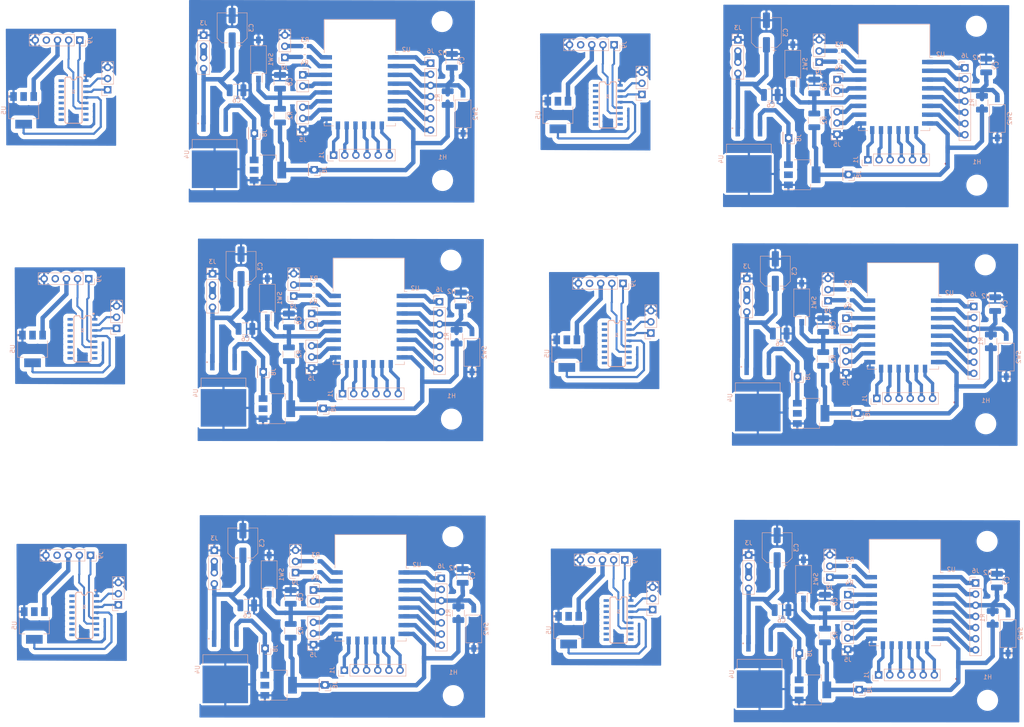
<source format=kicad_pcb>
(kicad_pcb (version 20221018) (generator pcbnew)
  (layers (0 "F.Cu" signal) (31 "B.Cu" signal) (34 "B.Paste" user) (35 "F.Paste" user) (36 "B.SilkS" user "B.Silkscreen") (37 "F.SilkS" user "F.Silkscreen") (38 "B.Mask" user) (39 "F.Mask" user) (44 "Edge.Cuts" user))
  (net 0 "")
  (net 1 "7.4V")
  (net 2 "IO5")
  (net 3 "IO15")
  (net 4 "IO2")
  (net 5 "CS0")
  (net 6 "MISO")
  (net 7 "IO 9")
  (net 8 "IO10")
  (net 9 "MOSI")
  (net 10 "SCLK")
  (net 11 "RXD0")
  (net 12 "TX0")
  (net 13 "+3.3V")
  (net 14 "GND")
  (net 15 "IO0")
  (net 23 "R3")
  (net 24 "R4")
  (net 25 "Net-(J3-Pin_2)")
  (net 26 "Net-(J7-Pin_1)")
  (net 27 "5v")
  (net 28 "RST")
  (net 29 "ADC")
  (net 30 "EN")
  (net 31 "IO16")
  (net 32 "IO14")
  (net 33 "IO12")
  (net 34 "IO13")
  (net 35 "V3")
  (net 36 "Net-(J7-Pin_2)")
  (net 37 "IO4")
  (net 38 "Net-(J8-Pin_2)")
  (net 39 "Net-(J8-Pin_3)")
  (net 40 "5V")
  (net 41 "Net-(J9-Pin_1)")
  (net 42 "Net-(J9-Pin_2)")
  (footprint "Connector_PinHeader_2.54mm:PinHeader_1x01_P2.54mm_Vertical" (layer "B.Cu") (at 204.4176 52.1526 90)
    (fp_text reference "J8")
    (fp_text value "Conn_01x01_Pin")
  )
  (footprint "CH340C:SO016" (layer "B.Cu") (at 151.6076 90.661 -90)
    (fp_text reference "U3")
    (fp_text value "CH340C")
  )
  (footprint "Connector_PinHeader_2.54mm:PinHeader_1x01_P2.54mm_Vertical" (layer "B.Cu") (at 206.4468 106.5164 90)
    (fp_text reference "J8")
    (fp_text value "Conn_01x01_Pin")
  )
  (footprint "Button_Switch_SMD:SW_DIP_SPSTx01_Slide_Omron_A6S-110x_W8.9mm_P2.54mm" (layer "B.Cu") (at 191.7116 27.0306 90)
    (fp_text reference "SW1")
    (fp_text value "SW_Push")
  )
  (footprint "L7805CD2T:TO254P1542X460-3N" (layer "B.Cu") (at 62.0124 101.327 -90)
    (fp_text reference "U4")
    (fp_text value "L7805CD2T")
  )
  (footprint "MountingHole:MountingHole_4.3mm_M4" (layer "B.Cu") (at 114.2588 134.6826 180)
    (fp_text reference "H2")
    (fp_text value "Mounting_Hole")
  )
  (footprint "Capacitor_SMD:C_1210_3225Metric_Pad1.33x2.70mm_HandSolder" (layer "B.Cu") (at 74.8868 31.032 90)
    (fp_text reference "C8")
    (fp_text value "0.1uF")
  )
  (footprint "Connector_PinHeader_2.54mm:PinHeader_1x03_P2.54mm_Vertical" (layer "B.Cu") (at 80.0634 41.9032)
    (fp_text reference "J5")
    (fp_text value "Conn_01x03_Pin")
  )
  (footprint "Connector_PinSocket_2.54mm:PinSocket_1x06_P2.54mm_Vertical" (layer "B.Cu") (at 208.8326 48.8126 -90)
    (fp_text reference "J1")
    (fp_text value "Conn_01x06_Socket" hide)
  )
  (footprint "Connector_PinSocket_2.54mm:PinSocket_1x06_P2.54mm_Vertical" (layer "B.Cu") (at 211.273 166.1792 -90)
    (fp_text reference "J1")
    (fp_text value "Conn_01x06_Socket" hide)
  )
  (footprint "CH340C:SO016" (layer "B.Cu") (at 149.5784 36.2972 -90)
    (fp_text reference "U3")
    (fp_text value "CH340C")
  )
  (footprint "Capacitor_SMD:C_1210_3225Metric_Pad1.33x2.70mm_HandSolder" (layer "B.Cu") (at 77.3272 148.3986 90)
    (fp_text reference "C8")
    (fp_text value "0.1uF")
  )
  (footprint "Capacitor_SMD:C_1210_3225Metric_Pad1.33x2.70mm_HandSolder" (layer "B.Cu") (at 235.782 27.3242 90)
    (fp_text reference "C7")
    (fp_text value "0.1uF")
  )
  (footprint "Capacitor_SMD:C_1210_3225Metric_Pad1.33x2.70mm_HandSolder" (layer "B.Cu") (at 196.6152 32.0994 90)
    (fp_text reference "C8")
    (fp_text value "0.1uF")
  )
  (footprint "Connector_PinHeader_2.54mm:PinHeader_1x03_P2.54mm_Vertical" (layer "B.Cu") (at 197.7116 26.5556)
    (fp_text reference "J9")
    (fp_text value "Conn_01x03_Pin")
  )
  (footprint "Connector_PinSocket_2.54mm:PinSocket_1x06_P2.54mm_Vertical" (layer "B.Cu") (at 89.5446 165.1118 -90)
    (fp_text reference "J1")
    (fp_text value "Conn_01x06_Socket" hide)
  )
  (footprint "Resistor_SMD:R_0603_1608Metric" (layer "B.Cu") (at 83.0144 140.2668 180)
    (fp_text reference "R3")
    (fp_text value "470" hide)
  )
  (footprint "Package_TO_SOT_SMD:SOT-223-3_TabPin2" (layer "B.Cu") (at 140.6456 155.9752 -90)
    (fp_text reference "U5")
    (fp_text value "AMS1117-3.3")
  )
  (footprint "Package_TO_SOT_SMD:SOT-223-3_TabPin2" (layer "B.Cu") (at 195.9008 106.58)
    (fp_text reference "U1" hide)
    (fp_text value "AMS1117-3.3" hide)
  )
  (footprint "CH340C:SO016" (layer "B.Cu") (at 30.2904 152.5964 -90)
    (fp_text reference "U3")
    (fp_text value "CH340C")
  )
  (footprint "Connector_PinHeader_2.54mm:PinHeader_1x02_P2.54mm_Vertical" (layer "B.Cu") (at 82.0976 83.821 180)
    (fp_text reference "J4" hide)
    (fp_text value "Conn_01x02_Pin" hide)
  )
  (footprint "Connector_PinHeader_2.54mm:PinHeader_1x03_P2.54mm_Vertical" (layer "B.Cu") (at 201.7918 42.9706)
    (fp_text reference "J5")
    (fp_text value "Conn_01x03_Pin")
  )
  (footprint "Package_TO_SOT_SMD:SOT-223-3_TabPin2" (layer "B.Cu") (at 18.9172 154.9078 -90)
    (fp_text reference "U5")
    (fp_text value "AMS1117-3.3")
  )
  (footprint "Button_Switch_SMD:SW_DIP_SPSTx01_Slide_Omron_A6S-110x_W8.9mm_P2.54mm" (layer "B.Cu") (at 118.6228 92.6906 90)
    (fp_text reference "SW2")
    (fp_text value "SW_Push")
  )
  (footprint "Connector_PinSocket_2.54mm:PinSocket_1x04_P2.54mm_Vertical" (layer "B.Cu") (at 57.4832 20.4232 180)
    (fp_text reference "J3")
    (fp_text value "Conn_01x04_Pin" hide)
  )
  (footprint "Capacitor_SMD:C_1210_3225Metric_Pad1.33x2.70mm_HandSolder" (layer "B.Cu") (at 236.846 90.1716 -90)
    (fp_text reference "R1")
    (fp_text value "10k")
  )
  (footprint "Capacitor_SMD:C_1210_3225Metric_Pad1.33x2.70mm_HandSolder" (layer "B.Cu") (at 198.6444 86.4632 90)
    (fp_text reference "C8")
    (fp_text value "0.1uF")
  )
  (footprint "CH340C:SO016" (layer "B.Cu") (at 29.8792 89.5936 -90)
    (fp_text reference "U3")
    (fp_text value "CH340C")
  )
  (footprint "Connector_PinHeader_2.54mm:PinHeader_1x01_P2.54mm_Vertical" (layer "B.Cu") (at 193.2136 161.2008 90)
    (fp_text reference "J8")
    (fp_text value "Conn_01x01_Pin")
  )
  (footprint "Capacitor_SMD:CP_Elec_6.3x5.4" (layer "B.Cu") (at 188.152 137.1784 90)
    (fp_text reference "C3")
    (fp_text value "4.7uF")
  )
  (footprint "Capacitor_SMD:C_1210_3225Metric_Pad1.33x2.70mm_HandSolder" (layer "B.Cu") (at 234.8168 35.8078 -90)
    (fp_text reference "R1")
    (fp_text value "10k")
  )
  (footprint "CH340C:SO016" (layer "B.Cu") (at 27.85 35.2298 -90)
    (fp_text reference "U3")
    (fp_text value "CH340C")
  )
  (footprint "Capacitor_SMD:C_1210_3225Metric_Pad1.33x2.70mm_HandSolder" (layer "B.Cu") (at 196.6152 39.821 90)
    (fp_text reference "R2")
    (fp_text value "10k")
  )
  (footprint "Connector_PinSocket_2.54mm:PinSocket_1x07_P2.54mm_Vertical" (layer "B.Cu") (at 111.2314 81.154 180)
    (fp_text reference "J6")
    (fp_text value "Conn_01x07_Pin" hide)
  )
  (footprint "Capacitor_SMD:C_1210_3225Metric_Pad1.33x2.70mm_HandSolder" (layer "B.Cu") (at 115.5288 152.107 -90)
    (fp_text reference "R1")
    (fp_text value "10k")
  )
  (footprint "Package_TO_SOT_SMD:SOT-223-3_TabPin2" (layer "B.Cu") (at 196.312 169.5828)
    (fp_text reference "U1" hide)
    (fp_text value "AMS1117-3.3" hide)
  )
  (footprint "Connector_PinHeader_2.54mm:PinHeader_1x02_P2.54mm_Vertical" (layer "B.Cu") (at 203.826 84.8884 180)
    (fp_text reference "J4" hide)
    (fp_text value "Conn_01x02_Pin" hide)
  )
  (footprint "Connector_PinHeader_2.54mm:PinHeader_1x03_P2.54mm_Vertical" (layer "B.Cu") (at 159.7912 151.2804)
    (fp_text reference "J7" hide)
    (fp_text value "Conn_01x03_Pin")
  )
  (footprint "Capacitor_SMD:C_1210_3225Metric_Pad1.33x2.70mm_HandSolder" (layer "B.Cu") (at 199.0556 149.466 90)
    (fp_text reference "C8")
    (fp_text value "0.1uF")
  )
  (footprint "MountingHole:MountingHole_4.3mm_M4" (layer "B.Cu") (at 111.9232 53.5232 180)
    (fp_text reference "H1")
    (fp_text value "Mounting_Hole")
  )
  (footprint "MountingHole:MountingHole_4.3mm_M4" (layer "B.Cu") (at 113.8476 71.6798 180)
    (fp_text reference "H2")
    (fp_text value "Mounting_Hole")
  )
  (footprint "Connector_PinHeader_2.54mm:PinHeader_1x02_P2.54mm_Vertical" (layer "B.Cu") (at 80.0684 29.4572 180)
    (fp_text reference "J4" hide)
    (fp_text value "Conn_01x02_Pin" hide)
  )
  (footprint "Capacitor_SMD:C_1210_3225Metric_Pad1.33x2.70mm_HandSolder" (layer "B.Cu") (at 237.2572 153.1744 -90)
    (fp_text reference "R1")
    (fp_text value "10k")
  )
  (footprint "Package_TO_SOT_SMD:SOT-223-3_TabPin2" (layer "B.Cu") (at 18.506 91.905 -90)
    (fp_text reference "U5")
    (fp_text value "AMS1117-3.3")
  )
  (footprint "Package_TO_SOT_SMD:SOT-223-3_TabPin2" (layer "B.Cu") (at 74.5836 168.5154)
    (fp_text reference "U1" hide)
    (fp_text value "AMS1117-3.3" hide)
  )
  (footprint "Connector_PinHeader_2.54mm:PinHeader_1x05_P2.54mm_Vertical" (layer "B.Cu") (at 153.4472 139.9732 90)
    (fp_text reference "J9")
    (fp_text value "Conn_01x05_Pin")
  )
  (footprint "Button_Switch_SMD:SW_DIP_SPSTx01_Slide_Omron_A6S-110x_W8.9mm_P2.54mm" (layer "B.Cu") (at 119.034 155.6934 90)
    (fp_text reference "SW2")
    (fp_text value "SW_Push")
  )
  (footprint "Capacitor_SMD:C_1210_3225Metric_Pad1.33x2.70mm_HandSolder" (layer "B.Cu") (at 115.1176 89.1042 -90)
    (fp_text reference "R1")
    (fp_text value "10k")
  )
  (footprint "Connector_PinSocket_2.54mm:PinSocket_1x06_P2.54mm_Vertical" (layer "B.Cu") (at 87.1042 47.7452 -90)
    (fp_text reference "J1")
    (fp_text value "Conn_01x06_Socket" hide)
  )
  (footprint "Connector_PinSocket_2.54mm:PinSocket_1x06_P2.54mm_Vertical" (layer "B.Cu") (at 89.1334 102.109 -90)
    (fp_text reference "J1")
    (fp_text value "Conn_01x06_Socket" hide)
  )
  (footprint "Connector_PinHeader_2.54mm:PinHeader_1x01_P2.54mm_Vertical" (layer "B.Cu") (at 85.1296 168.4518 90)
    (fp_text reference "J8")
    (fp_text value "Conn_01x01_Pin")
  )
  (footprint "Connector_PinHeader_2.54mm:PinHeader_1x03_P2.54mm_Vertical" (layer "B.Cu") (at 78.4236 142.8548)
    (fp_text reference "J9")
    (fp_text value "Conn_01x03_Pin")
  )
  (footprint "RF_Module:ESP-12E" (layer "B.Cu") (at 95.1124 83.327 180)
    (fp_text reference "U2")
    (fp_text value "ESP-12E")
  )
  (footprint "Connector_PinHeader_2.54mm:PinHeader_1x03_P2.54mm_Vertical" (layer "B.Cu") (at 75.9832 25.4882)
    (fp_text reference "J9")
    (fp_text value "Conn_01x03_Pin")
  )
  (footprint "Package_TO_SOT_SMD:SOT-223-3_TabPin2" (layer "B.Cu") (at 140.2344 92.9724 -90)
    (fp_text reference "U5")
    (fp_text value "AMS1117-3.3")
  )
  (footprint "Resistor_SMD:R_0603_1608Metric" (layer "B.Cu") (at 80.574 22.9002 180)
    (fp_text reference "R3")
    (fp_text value "470" hide)
  )
  (footprint "L7805CD2T:TO254P1542X460-3N" (layer "B.Cu") (at 62.4236 164.3298 -90)
    (fp_text reference "U4")
    (fp_text value "L7805CD2T")
  )
  (footprint "Capacitor_SMD:CP_Elec_6.3x5.4" (layer "B.Cu") (at 66.0124 73.1082 90)
    (fp_text reference "C3")
    (fp_text value "4.7uF")
  )
  (footprint "MountingHole:MountingHole_4.3mm_M4" (layer "B.Cu") (at 233.5468 18.3834 180)
    (fp_text reference "H2")
    (fp_text value "Mounting_Hole")
  )
  (footprint "L7805CD2T:TO254P1542X460-3N" (layer "B.Cu") (at 59.9832 46.9632 -90)
    (fp_text reference "U4")
    (fp_text value "L7805CD2T")
  )
  (footprint "Connector_PinSocket_2.54mm:PinSocket_1x04_P2.54mm_Vertical" (layer "B.Cu") (at 179.2116 21.4906 180)
    (fp_text reference "J3")
    (fp_text value "Conn_01x04_Pin" hide)
  )
  (footprint "Connector_PinHeader_2.54mm:PinHeader_1x03_P2.54mm_Vertical" (layer "B.Cu") (at 35.6224 32.8464)
    (fp_text reference "J7" hide)
    (fp_text value "Conn_01x03_Pin")
  )
  (footprint "Capacitor_SMD:CP_Elec_6.3x5.4" (layer "B.Cu") (at 185.7116 19.8118 90)
    (fp_text reference "C3")
    (fp_text value "4.7uF")
  )
  (footprint "Connector_PinHeader_2.54mm:PinHeader_1x05_P2.54mm_Vertical" (layer "B.Cu") (at 29.2784 21.5392 90)
    (fp_text reference "J9")
    (fp_text value "Conn_01x05_Pin")
  )
  (footprint "Capacitor_SMD:C_1210_3225Metric_Pad1.33x2.70mm_HandSolder" (layer "B.Cu") (at 186.7116 34.0306)
    (fp_text reference "C6")
    (fp_text value "0.1uF" hide)
  )
  (footprint "MountingHole:MountingHole_4.3mm_M4" (layer "B.Cu") (at 235.576 72.7472 180)
    (fp_text reference "H2")
    (fp_text value "Mounting_Hole")
  )
  (footprint "Capacitor_SMD:C_1210_3225Metric_Pad1.33x2.70mm_HandSolder" (layer "B.Cu") (at 76.916 85.3958 90)
    (fp_text reference "C8")
    (fp_text value "0.1uF")
  )
  (footprint "RF_Module:ESP-12E" (layer "B.Cu") (at 216.8408 84.3944 180)
    (fp_text reference "U2")
    (fp_text value "ESP-12E")
  )
  (footprint "Button_Switch_SMD:SW_DIP_SPSTx01_Slide_Omron_A6S-110x_W8.9mm_P2.54mm" (layer "B.Cu") (at 72.0124 80.327 90)
    (fp_text reference "SW1")
    (fp_text value "SW_Push")
  )
  (footprint "Button_Switch_SMD:SW_DIP_SPSTx01_Slide_Omron_A6S-110x_W8.9mm_P2.54mm" (layer "B.Cu") (at 194.152 144.3972 90)
    (fp_text reference "SW1")
    (fp_text value "SW_Push")
  )
  (footprint "Connector_PinHeader_2.54mm:PinHeader_1x05_P2.54mm_Vertical" (layer "B.Cu") (at 153.036 76.9704 90)
    (fp_text reference "J9")
    (fp_text value "Conn_01x05_Pin")
  )
  (footprint "Connector_PinHeader_2.54mm:PinHeader_1x02_P2.54mm_Vertical" (layer "B.Cu") (at 204.2372 147.8912 180)
    (fp_text reference "J4" hide)
    (fp_text value "Conn_01x02_Pin" hide)
  )
  (footprint "Resistor_SMD:R_0603_1608Metric" (layer "B.Cu") (at 82.5524 79.747 180)
    (fp_text reference "R4")
    (fp_text value "470" hide)
  )
  (footprint "Button_Switch_SMD:SW_DIP_SPSTx01_Slide_Omron_A6S-110x_W8.9mm_P2.54mm" (layer "B.Cu") (at 69.9832 25.9632 90)
    (fp_text reference "SW1")
    (fp_text value "SW_Push")
  )
  (footprint "Resistor_SMD:R_0603_1608Metric" (layer "B.Cu") (at 204.2808 80.8144 180)
    (fp_text reference "R4")
    (fp_text value "470" hide)
  )
  (footprint "Connector_PinHeader_2.54mm:PinHeader_1x03_P2.54mm_Vertical" (layer "B.Cu") (at 204.2322 160.3372)
    (fp_text reference "J5")
    (fp_text value "Conn_01x03_Pin")
  )
  (footprint "MountingHole:MountingHole_4.3mm_M4" (layer "B.Cu") (at 235.9872 135.75 180)
    (fp_text reference "H2")
    (fp_text value "Mounting_Hole")
  )
  (footprint "Resistor_SMD:R_0603_1608Metric" (layer "B.Cu") (at 204.692 143.8172 180)
    (fp_text reference "R4")
    (fp_text value "470" hide)
  )
  (footprint "RF_Module:ESP-12E" (layer "B.Cu") (at 217.252 147.3972 180)
    (fp_text reference "U2")
    (fp_text value "ESP-12E")
  )
  (footprint "Capacitor_SMD:C_1210_3225Metric_Pad1.33x2.70mm_HandSolder" (layer "B.Cu") (at 113.0884 34.7404 -90)
    (fp_text reference "R1")
    (fp_text value "10k")
  )
  (footprint "Connector_PinSocket_2.54mm:PinSocket_1x04_P2.54mm_Vertical" (layer "B.Cu") (at 181.2408 75.8544 180)
    (fp_text reference "J3")
    (fp_text value "Conn_01x04_Pin" hide)
  )
  (footprint "Package_TO_SOT_SMD:SOT-223-3_TabPin2" (layer "B.Cu") (at 138.2052 38.6086 -90)
    (fp_text reference "U5")
    (fp_text value "AMS1117-3.3")
  )
  (footprint "Connector_PinHeader_2.54mm:PinHeader_1x01_P2.54mm_Vertical" (layer "B.Cu") (at 206.858 169.5192 90)
    (fp_text reference "J8")
    (fp_text value "Conn_01x01_Pin")
  )
  (footprint "Capacitor_SMD:C_1210_3225Metric_Pad1.33x2.70mm_HandSolder" (layer "B.Cu") (at 237.8112 81.688 90)
    (fp_text reference "C7")
    (fp_text value "0.1uF")
  )
  (footprint "Resistor_SMD:R_0603_1608Metric" (layer "B.Cu") (at 80.5232 25.3832 180)
    (fp_text reference "R4")
    (fp_text value "470" hide)
  )
  (footprint "Connector_PinHeader_2.54mm:PinHeader_1x05_P2.54mm_Vertical" (layer "B.Cu") (at 31.3076 75.903 90)
    (fp_text reference "J9")
    (fp_text value "Conn_01x05_Pin")
  )
  (footprint "Connector_PinHeader_2.54mm:PinHeader_1x03_P2.54mm_Vertical" (layer "B.Cu") (at 82.5038 159.2698)
    (fp_text reference "J5")
    (fp_text value "Conn_01x03_Pin")
  )
  (footprint "Capacitor_SMD:CP_Elec_6.3x5.4" (layer "B.Cu") (at 63.9832 18.7444 90)
    (fp_text reference "C3")
    (fp_text value "4.7uF")
  )
  (footprint "MountingHole:MountingHole_4.3mm_M4" (layer "B.Cu") (at 235.6808 108.9544 180)
    (fp_text reference "H1")
    (fp_text value "Mounting_Hole")
  )
  (footprint "Connector_PinHeader_2.54mm:PinHeader_1x05_P2.54mm_Vertical" (layer "B.Cu") (at 151.0068 22.6066 90)
    (fp_text reference "J9")
    (fp_text value "Conn_01x05_Pin")
  )
  (footprint "MountingHole:MountingHole_4.3mm_M4" (layer "B.Cu") (at 236.092 171.9572 180)
    (fp_text reference "H1")
    (fp_text value "Mounting_Hole")
  )
  (footprint "Connector_PinSocket_2.54mm:PinSocket_1x07_P2.54mm_Vertical" (layer "B.Cu") (at 232.9598 82.2214 180)
    (fp_text reference "J6")
    (fp_text value "Conn_01x07_Pin" hide)
  )
  (footprint "Connector_PinHeader_2.54mm:PinHeader_1x03_P2.54mm_Vertical" (layer "B.Cu") (at 78.0124 79.852)
    (fp_text reference "J9")
    (fp_text value "Conn_01x03_Pin")
  )
  (footprint "Capacitor_SMD:C_1210_3225Metric_Pad1.33x2.70mm_HandSolder" (layer "B.Cu") (at 76.916 93.1174 90)
    (fp_text reference "R2")
    (fp_text value "10k")
  )
  (footprint "Capacitor_SMD:C_1210_3225Metric_Pad1.33x2.70mm_HandSolder" (layer "B.Cu") (at 67.4236 150.3298)
    (fp_text reference "C6")
    (fp_text value "0.1uF" hide)
  )
  (footprint "Connector_PinHeader_2.54mm:PinHeader_1x05_P2.54mm_Vertical" (layer "B.Cu") (at 31.7188 138.9058 90)
    (fp_text reference "J9")
    (fp_text value "Conn_01x05_Pin")
  )
  (footprint "Package_TO_SOT_SMD:SOT-223-3_TabPin2" (layer "B.Cu") (at 72.1432 51.1488)
    (fp_text reference "U1" hide)
    (fp_text value "AMS1117-3.3" hide)
  )
  (footprint "Connector_PinHeader_2.54mm:PinHeader_1x01_P2.54mm_Vertical" (layer "B.Cu") (at 71.074 97.1306 90)
    (fp_text reference "J8")
    (fp_text value "Conn_01x01_Pin")
  )
  (footprint "Connector_PinHeader_2.54mm:PinHeader_1x03_P2.54mm_Vertical" (layer "B.Cu") (at 157.3508 33.9138)
    (fp_text reference "J7" hide)
    (fp_text value "Conn_01x03_Pin")
  )
  (footprint "Connector_PinSocket_2.54mm:PinSocket_1x07_P2.54mm_Vertical" (layer "B.Cu") (at 111.6426 144.1568 180)
    (fp_text reference "J6")
    (fp_text value "Conn_01x07_Pin" hide)
  )
  (footprint "Connector_PinHeader_2.54mm:PinHeader_1x03_P2.54mm_Vertical" (layer "B.Cu") (at 159.38 88.2776)
    (fp_text reference "J7" hide)
    (fp_text value "Conn_01x03_Pin")
  )
  (footprint "MountingHole:MountingHole_4.3mm_M4" (layer "B.Cu") (at 111.8184 17.316 180)
    (fp_text reference "H2")
    (fp_text value "Mounting_Hole")
  )
  (footprint "Resistor_SMD:R_0603_1608Metric" (layer "B.Cu") (at 204.3316 78.3314 180)
    (fp_text reference "R3")
    (fp_text value "470" hide)
  )
  (footprint "Resistor_SMD:R_0603_1608Metric" (layer "B.Cu") (at 202.3024 23.9676 180)
    (fp_text reference "R3")
    (fp_text value "470" hide)
  )
  (footprint "Connector_PinSocket_2.54mm:PinSocket_1x04_P2.54mm_Vertical" (layer "B.Cu") (at 59.5124 74.787 180)
    (fp_text reference "J3")
    (fp_text value "Conn_01x04_Pin" hide)
  )
  (footprint "MountingHole:MountingHole_4.3mm_M4" (layer "B.Cu") (at 114.3636 170.8898 180)
    (fp_text reference "H1")
    (fp_text value "Mounting_Hole")
  )
  (footprint "CH340C:SO016" (layer "B.Cu") (at 152.0188 153.6638 -90)
    (fp_text reference "U3")
    (fp_text value "CH340C")
  )
  (footprint "Capacitor_SMD:C_1210_3225Metric_Pad1.33x2.70mm_HandSolder" (layer "B.Cu") (at 188.7408 88.3944)
    (fp_text reference "C6")
    (fp_text value "0.1uF" hide)
  )
  (footprint "Capacitor_SMD:C_1210_3225Metric_Pad1.33x2.70mm_HandSolder" (layer "B.Cu") (at 114.0536 26.2568 90)
    (fp_text reference "C7")
    (fp_text value "0.1uF")
  )
  (footprint "MountingHole:MountingHole_4.3mm_M4" (layer "B.Cu") (at 233.6516 54.5906 180)
    (fp_text reference "H1")
    (fp_text value "Mounting_Hole")
  )
  (footprint "L7805CD2T:TO254P1542X460-3N" (layer "B.Cu") (at 184.152 165.3972 -90)
    (fp_text reference "U4")
    (fp_text value "L7805CD2T")
  )
  (footprint "Button_Switch_SMD:SW_DIP_SPSTx01_Slide_Omron_A6S-110x_W8.9mm_P2.54mm" (layer "B.Cu") (at 238.322 39.3942 90)
    (fp_text reference "SW2")
    (fp_text value "SW_Push")
  )
  (footprint "Button_Switch_SMD:SW_DIP_SPSTx01_Slide_Omron_A6S-110x_W8.9mm_P2.54mm" (layer "B.Cu") (at 72.4236 143.3298 90)
    (fp_text reference "SW1")
    (fp_text value "SW_Push")
  )
  (footprint "Connector_PinSocket_2.54mm:PinSocket_1x04_P2.54mm_Vertical" (layer "B.Cu") (at 181.652 138.8572 180)
    (fp_text reference "J3")
    (fp_text value "Conn_01x04_Pin" hide)
  )
  (footprint "Connector_PinHeader_2.54mm:PinHeader_1x01_P2.54mm_Vertical" (layer "B.Cu") (at 69.0448 42.7668 90)
    (fp_text reference "J8")
    (fp_text value "Conn_01x01_Pin")
  )
  (footprint "Capacitor_SMD:CP_Elec_6.3x5.4" (layer "B.Cu") (at 66.4236 136.111 90)
    (fp_text reference "C3")
    (fp_text value "4.7uF")
  )
  (footprint "Button_Switch_SMD:SW_DIP_SPSTx01_Slide_Omron_A6S-110x_W8.9mm_P2.54mm" (layer "B.Cu") (at 116.5936 38.3268 90)
    (fp_text reference "SW2")
    (fp_text value "SW_Push")
  )
  (footprint "L7805CD2T:TO254P1542X460-3N" (layer "B.Cu") (at 183.7408 102.3944 -90)
    (fp_text reference "U4")
    (fp_text value "L7805CD2T")
  )
  (footprint "Button_Switch_SMD:SW_DIP_SPSTx01_Slide_Omron_A6S-110x_W8.9mm_P2.54mm" (layer "B.Cu") (at 240.3512 93.758 90)
    (fp_text reference "SW2")
    (fp_text value "SW_Push")
  )
  (footprint "Capacitor_SMD:C_1210_3225Metric_Pad1.33x2.70mm_HandSolder" (layer "B.Cu") (at 67.0124 87.327)
    (fp_text reference "C6")
    (fp_text value "0.1uF" hide)
  )
  (footprint "Connector_PinHeader_2.54mm:PinHeader_1x01_P2.54mm_Vertical" (layer "B.Cu") (at 192.8024 98.198 90)
    (fp_text reference "J8")
    (fp_text value "Conn_01x01_Pin")
  )
  (footprint "Capacitor_SMD:C_1210_3225Metric_Pad1.33x2.70mm_HandSolder" (layer "B.Cu") (at 189.152 151.3972)
    (fp_text reference "C6")
    (fp_text value "0.1uF" hide)
  )
  (footprint "Resistor_SMD:R_0603_1608Metric" (layer "B.Cu") (at 204.7428 141.3342 180)
    (fp_text reference "R3")
    (fp_text value "470" hide)
  )
  (footprint "Connector_PinHeader_2.54mm:PinHeader_1x01_P2.54mm_Vertical" (layer "B.Cu") (at 190.7732 43.8342 90)
    (fp_text reference "J8")
    (fp_text value "Conn_01x01_Pin")
  )
  (footprint "Capacitor_SMD:C_1210_3225Metric_Pad1.33x2.70mm_HandSolder" (layer "B.Cu") (at 198.6444 94.1848 90)
    (fp_text reference "R2")
    (fp_text value "10k")
  )
  (footprint "Connector_PinSocket_2.54mm:PinSocket_1x07_P2.54mm_Vertical" (layer "B.Cu") (at 109.2022 26.7902 180)
    (fp_text reference "J6")
    (fp_text value "Conn_01x07_Pin" hide)
  )
  (footprint "Connector_PinSocket_2.54mm:PinSocket_1x04_P2.54mm_Vertical" (layer "B.Cu") (at 59.9236 137.7898 180)
    (fp_text reference "J3")
    (fp_text value "Conn_01x04_Pin" hide)
  )
  (footprint "Capacitor_SMD:C_1210_3225Metric_Pad1.33x2.70mm_HandSolder" (layer "B.Cu") (at 64.9832 32.9632)
    (fp_text reference "C6")
    (fp_text value "0.1uF" hide)
  )
  (footprint "Capacitor_SMD:C_1210_3225Metric_Pad1.33x2.70mm_HandSolder" (layer "B.Cu") (at 238.2224 144.6908 90)
    (fp_text reference "C7")
    (fp_text value "0.1uF")
  )
  (footprint "Capacitor_SMD:C_1210_3225Metric_Pad1.33x2.70mm_HandSolder" (layer "B.Cu") (at 116.0828 80.6206 90)
    (fp_text reference "C7")
    (fp_text value "0.1uF")
  )
  (footprint "Connector_PinHeader_2.54mm:PinHeader_1x01_P2.54mm_Vertical" (layer "B.Cu") (at 82.6892 51.0852 90)
    (fp_text reference "J8")
    (fp_text value "Conn_01x01_Pin")
  )
  (footprint "RF_Module:ESP-12E" (layer "B.Cu") (at 93.0832 28.9632 180)
    (fp_text reference "U2")
    (fp_text value "ESP-12E")
  )
  (footprint "Connector_PinHeader_2.54mm:PinHeader_1x03_P2.54mm_Vertical" (layer "B.Cu") (at 82.0926 96.267)
    (fp_text reference "J5")
    (fp_text value "Conn_01x03_Pin")
  )
  (footprint "Capacitor_SMD:C_1210_3225Metric_Pad1.33x2.70mm_HandSolder" (layer "B.Cu") (at 116.494 143.6234 90)
    (fp_text reference "C7")
    (fp_text value "0.1uF")
  )
  (footprint "Capacitor_SMD:C_1210_3225Metric_Pad1.33x2.70mm_HandSolder" (layer "B.Cu") (at 74.8868 38.7536 90)
    (fp_text reference "R2")
    (fp_text value "10k")
  )
  (footprint "Connector_PinSocket_2.54mm:PinSocket_1x06_P2.54mm_Vertical" (layer "B.Cu") (at 210.8618 103.1764 -90)
    (fp_text reference "J1")
    (fp_text value "Conn_01x06_Socket" hide)
  )
  (footprint "Package_TO_SOT_SMD:SOT-223-3_TabPin2" (layer "B.Cu") (at 193.8716 52.2162)
    (fp_text reference "U1" hide)
    (fp_text value "AMS1117-3.3" hide)
  )
  (footprint "Connector_PinHeader_2.54mm:PinHeader_1x03_P2.54mm_Vertical" (layer "B.Cu") (at 199.7408 80.9194)
    (fp_text reference "J9")
    (fp_text value "Conn_01x03_Pin")
  )
  (footprint "RF_Module:ESP-12E" (layer "B.Cu") (at 214.8116 30.0306 180)
    (fp_text reference "U2")
    (fp_text value "ESP-12E")
  )
  (footprint "Connector_PinHeader_2.54mm:PinHeader_1x01_P2.54mm_Vertical" (layer "B.Cu") (at 84.7184 105.449 90)
    (fp_text reference "J8")
    (fp_text value "Conn_01x01_Pin")
  )
  (footprint "Connector_PinHeader_2.54mm:PinHeader_1x02_P2.54mm_Vertical" (layer "B.Cu") (at 201.7968 30.5246 180)
    (fp_text reference "J4" hide)
    (fp_text value "Conn_01x02_Pin" hide)
  )
  (footprint "Connector_PinHeader_2.54mm:PinHeader_1x03_P2.54mm_Vertical" (layer "B.Cu") (at 38.0628 150.213)
    (fp_text reference "J7" hide)
    (fp_text value "Conn_01x03_Pin")
  )
  (footprint "RF_Module:ESP-12E" (layer "B.Cu") (at 95.5236 146.3298 180)
    (fp_text reference "U2")
    (fp_text value "ESP-12E")
  )
  (footprint "Connector_PinHeader_2.54mm:PinHeader_1x02_P2.54mm_Vertical" (layer "B.Cu") (at 82.5088 146.8238 180)
    (fp_text reference "J4" hide)
    (fp_text value "Conn_01x02_Pin" hide)
  )
  (footprint "Button_Switch_SMD:SW_DIP_SPSTx01_Slide_Omron_A6S-110x_W8.9mm_P2.54mm" (layer "B.Cu") (at 240.7624 156.7608 90)
    (fp_text reference "SW2")
    (fp_text value "SW_Push")
  )
  (footprint "Resistor_SMD:R_0603_1608Metric" (layer "B.Cu") (at 202.2516 26.4506 180)
    (fp_text reference "R4")
    (fp_text value "470" hide)
  )
  (footprint "Capacitor_SMD:CP_Elec_6.3x5.4" (layer "B.Cu") (at 187.7408 74.1756 90)
    (fp_text reference "C3")
    (fp_text value "4.7uF")
  )
  (footprint "Connector_PinHeader_2.54mm:PinHeader_1x01_P2.54mm_Vertical" (layer "B.Cu") (at 71.4852 160.1334 90)
    (fp_text reference "J8")
    (fp_text value "Conn_01x01_Pin")
  )
  (footprint "Resistor_SMD:R_0603_1608Metric" (layer "B.Cu") (at 82.6032 77.264 180)
    (fp_text reference "R3")
    (fp_text value "470" hide)
  )
  (footprint "Capacitor_SMD:C_1210_3225Metric_Pad1.33x2.70mm_HandSolder" (layer "B.Cu") (at 199.0556 157.1876 90)
    (fp_text reference "R2")
    (fp_text value "10k")
  )
  (footprint "Connector_PinSocket_2.54mm:PinSocket_1x07_P2.54mm_Vertical" (layer "B.Cu") (at 233.371 145.2242 180)
    (fp_text reference "J6")
    (fp_text value "Conn_01x07_Pin" hide)
  )
  (footprint "Connector_PinHeader_2.54mm:PinHeader_1x03_P2.54mm_Vertical" (layer "B.Cu") (at 37.6516 87.2102)
    (fp_text reference "J7" hide)
    (fp_text value "Conn_01x03_Pin")
  )
  (footprint "Package_TO_SOT_SMD:SOT-223-3_TabPin2" (layer "B.Cu") (at 74.1724 105.5126)
    (fp_text reference "U1" hide)
    (fp_text value "AMS1117-3.3" hide)
  )
  (footprint "Connector_PinHeader_2.54mm:PinHeader_1x03_P2.54mm_Vertical" (layer "B.Cu") (at 203.821 97.3344)
    (fp_text reference "J5")
    (fp_text value "Conn_01x03_Pin")
  )
  (footprint "Connector_PinSocket_2.54mm:PinSocket_1x07_P2.54mm_Vertical" (layer "B.Cu") (at 230.9306 27.8576 180)
    (fp_text reference "J6")
    (fp_text value "Conn_01x07_Pin" hide)
  )
  (footprint "L7805CD2T:TO254P1542X460-3N" (layer "B.Cu") (at 181.7116 48.0306 -90)
    (fp_text reference "U4")
    (fp_text value "L7805CD2T")
  )
  (footprint "Button_Switch_SMD:SW_DIP_SPSTx01_Slide_Omron_A6S-110x_W8.9mm_P2.54mm" (layer "B.Cu") (at 193.7408 81.3944 90)
    (fp_text reference "SW1")
    (fp_text value "SW_Push")
  )
  (footprint "Package_TO_SOT_SMD:SOT-223-3_TabPin2" (layer "B.Cu") (at 16.4768 37.5412 -90)
    (fp_text reference "U5")
    (fp_text value "AMS1117-3.3")
  )
  (footprint "MountingHole:MountingHole_4.3mm_M4" (layer "B.Cu") (at 113.9524 107.887 180)
    (fp_text reference "H1")
    (fp_text value "Mounting_Hole")
  )
  (footprint "Capacitor_SMD:C_1210_3225Metric_Pad1.33x2.70mm_HandSolder" (layer "B.Cu") (at 77.3272 156.1202 90)
    (fp_text reference "R2")
    (fp_text value "10k")
  )
  (footprint "Resistor_SMD:R_0603_1608Metric" (layer "B.Cu") (at 82.9636 142.7498 180)
    (fp_text reference "R4")
    (fp_text value "470" hide)
  )
  (footprint "Connector_PinHeader_2.54mm:PinHeader_1x03_P2.54mm_Vertical" (layer "B.Cu") (at 200.152 143.9222)
    (fp_text reference "J9")
    (fp_text value "Conn_01x03_Pin")
  )
  (segment (start 57.4832 40.5132) (end 57.4432 40.5532) (width 1) (layer "B.Cu") (net 1))
  (segment (start 181.2408 83.4744) (end 181.2408 85.8944) (width 1) (layer "B.Cu") (net 1))
  (segment (start 63.3611 147.8298) (end 59.9236 147.8298) (width 1) (layer "B.Cu") (net 1))
  (segment (start 181.2408 85.8944) (end 185.7408 85.8944) (width 1) (layer "B.Cu") (net 1))
  (segment (start 186.152 148.8972) (end 188.152 146.8972) (width 1) (layer "B.Cu") (net 1))
  (segment (start 64.4236 147.8298) (end 66.4236 145.8298) (width 1) (layer "B.Cu") (net 1))
  (segment (start 185.1491 34.0306) (end 182.6491 31.5306) (width 1) (layer "B.Cu") (net 1))
  (segment (start 187.7408 83.8944) (end 187.7408 76.9756) (width 1) (layer "B.Cu") (net 1))
  (segment (start 185.0895 148.8972) (end 181.652 148.8972) (width 1) (layer "B.Cu") (net 1))
  (segment (start 63.4207 32.9632) (end 60.9207 30.4632) (width 1) (layer "B.Cu") (net 1))
  (segment (start 59.9236 145.4098) (end 59.9236 147.8298) (width 1) (layer "B.Cu") (net 1))
  (segment (start 181.652 148.8972) (end 181.652 158.9472) (width 1) (layer "B.Cu") (net 1))
  (segment (start 66.0124 82.827) (end 66.0124 75.9082) (width 1) (layer "B.Cu") (net 1))
  (segment (start 187.5895 151.3972) (end 185.0895 148.8972) (width 1) (layer "B.Cu") (net 1))
  (segment (start 182.6491 31.5306) (end 179.2116 31.5306) (width 1) (layer "B.Cu") (net 1))
  (segment (start 62.9499 84.827) (end 59.5124 84.827) (width 1) (layer "B.Cu") (net 1))
  (segment (start 59.5124 94.877) (end 59.4724 94.917) (width 1) (layer "B.Cu") (net 1))
  (segment (start 61.9832 30.4632) (end 63.9832 28.4632) (width 1) (layer "B.Cu") (net 1))
  (segment (start 181.652 146.4772) (end 181.652 148.8972) (width 1) (layer "B.Cu") (net 1))
  (segment (start 179.2116 29.1106) (end 179.2116 31.5306) (width 1) (layer "B.Cu") (net 1))
  (segment (start 63.9832 28.4632) (end 63.9832 21.5444) (width 1) (layer "B.Cu") (net 1))
  (segment (start 65.8611 150.3298) (end 63.3611 147.8298) (width 1) (layer "B.Cu") (net 1))
  (segment (start 57.4832 30.4632) (end 61.9832 30.4632) (width 1) (layer "B.Cu") (net 1))
  (segment (start 187.1783 88.3944) (end 184.6783 85.8944) (width 1) (layer "B.Cu") (net 1))
  (segment (start 183.7116 31.5306) (end 185.7116 29.5306) (width 1) (layer "B.Cu") (net 1))
  (segment (start 59.5124 84.827) (end 59.5124 94.877) (width 1) (layer "B.Cu") (net 1))
  (segment (start 185.7116 29.5306) (end 185.7116 22.6118) (width 1) (layer "B.Cu") (net 1))
  (segment (start 181.652 158.9472) (end 181.612 158.9872) (width 1) (layer "B.Cu") (net 1))
  (segment (start 57.4832 30.4632) (end 57.4832 40.5132) (width 1) (layer "B.Cu") (net 1))
  (segment (start 185.7408 85.8944) (end 187.7408 83.8944) (width 1) (layer "B.Cu") (net 1))
  (segment (start 59.5124 82.407) (end 59.5124 84.827) (width 1) (layer "B.Cu") (net 1))
  (segment (start 181.652 148.8972) (end 186.152 148.8972) (width 1) (layer "B.Cu") (net 1))
  (segment (start 59.9236 147.8298) (end 59.9236 157.8798) (width 1) (layer "B.Cu") (net 1))
  (segment (start 188.152 146.8972) (end 188.152 139.9784) (width 1) (layer "B.Cu") (net 1))
  (segment (start 184.6783 85.8944) (end 181.2408 85.8944) (width 1) (layer "B.Cu") (net 1))
  (segment (start 66.4236 145.8298) (end 66.4236 138.911) (width 1) (layer "B.Cu") (net 1))
  (segment (start 179.2116 41.5806) (end 179.1716 41.6206) (width 1) (layer "B.Cu") (net 1))
  (segment (start 59.9236 147.8298) (end 64.4236 147.8298) (width 1) (layer "B.Cu") (net 1))
  (segment (start 181.2408 95.9444) (end 181.2008 95.9844) (width 1) (layer "B.Cu") (net 1))
  (segment (start 64.0124 84.827) (end 66.0124 82.827) (width 1) (layer "B.Cu") (net 1))
  (segment (start 59.5124 84.827) (end 64.0124 84.827) (width 1) (layer "B.Cu") (net 1))
  (segment (start 59.9236 157.8798) (end 59.8836 157.9198) (width 1) (layer "B.Cu") (net 1))
  (segment (start 181.2408 85.8944) (end 181.2408 95.9444) (width 1) (layer "B.Cu") (net 1))
  (segment (start 57.4832 28.0432) (end 57.4832 30.4632) (width 1) (layer "B.Cu") (net 1))
  (segment (start 60.9207 30.4632) (end 57.4832 30.4632) (width 1) (layer "B.Cu") (net 1))
  (segment (start 179.2116 31.5306) (end 183.7116 31.5306) (width 1) (layer "B.Cu") (net 1))
  (segment (start 179.2116 31.5306) (end 179.2116 41.5806) (width 1) (layer "B.Cu") (net 1))
  (segment (start 65.4499 87.327) (end 62.9499 84.827) (width 1) (layer "B.Cu") (net 1))
  (segment (start 209.652 147.8972) (end 204.2432 147.8972) (width 1) (layer "B.Cu") (net 2))
  (segment (start 85.4832 29.4632) (end 80.0744 29.4632) (width 1) (layer "B.Cu") (net 2))
  (segment (start 82.1036 83.827) (end 82.0976 83.821) (width 1) (layer "B.Cu") (net 2))
  (segment (start 207.2116 30.5306) (end 201.8028 30.5306) (width 1) (layer "B.Cu") (net 2))
  (segment (start 203.832 84.8944) (end 203.826 84.8884) (width 1) (layer "B.Cu") (net 2))
  (segment (start 82.5148 146.8298) (end 82.5088 146.8238) (width 1) (layer "B.Cu") (net 2))
  (segment (start 209.2408 84.8944) (end 203.832 84.8944) (width 1) (layer "B.Cu") (net 2))
  (segment (start 87.9236 146.8298) (end 82.5148 146.8298) (width 1) (layer "B.Cu") (net 2))
  (segment (start 201.8028 30.5306) (end 201.7968 30.5246) (width 1) (layer "B.Cu") (net 2))
  (segment (start 204.2432 147.8972) (end 204.2372 147.8912) (width 1) (layer "B.Cu") (net 2))
  (segment (start 87.5124 83.827) (end 82.1036 83.827) (width 1) (layer "B.Cu") (net 2))
  (segment (start 80.0744 29.4632) (end 80.0684 29.4572) (width 1) (layer "B.Cu") (net 2))
  (segment (start 207.5548 92.8944) (end 205.6548 94.7944) (width 1) (layer "B.Cu") (net 3))
  (segment (start 85.4832 37.4632) (end 83.7972 37.4632) (width 1) (layer "B.Cu") (net 3))
  (segment (start 203.6256 40.4306) (end 201.7918 40.4306) (width 1) (layer "B.Cu") (net 3))
  (segment (start 83.9264 93.727) (end 82.0926 93.727) (width 1) (layer "B.Cu") (net 3))
  (segment (start 87.9236 154.8298) (end 86.2376 154.8298) (width 1) (layer "B.Cu") (net 3))
  (segment (start 84.3376 156.7298) (end 82.5038 156.7298) (width 1) (layer "B.Cu") (net 3))
  (segment (start 86.2376 154.8298) (end 84.3376 156.7298) (width 1) (layer "B.Cu") (net 3))
  (segment (start 85.8264 91.827) (end 83.9264 93.727) (width 1) (layer "B.Cu") (net 3))
  (segment (start 206.066 157.7972) (end 204.2322 157.7972) (width 1) (layer "B.Cu") (net 3))
  (segment (start 207.2116 38.5306) (end 205.5256 38.5306) (width 1) (layer "B.Cu") (net 3))
  (segment (start 207.966 155.8972) (end 206.066 157.7972) (width 1) (layer "B.Cu") (net 3))
  (segment (start 205.5256 38.5306) (end 203.6256 40.4306) (width 1) (layer "B.Cu") (net 3))
  (segment (start 87.5124 91.827) (end 85.8264 91.827) (width 1) (layer "B.Cu") (net 3))
  (segment (start 209.2408 92.8944) (end 207.5548 92.8944) (width 1) (layer "B.Cu") (net 3))
  (segment (start 205.6548 94.7944) (end 203.821 94.7944) (width 1) (layer "B.Cu") (net 3))
  (segment (start 81.8972 39.3632) (end 80.0634 39.3632) (width 1) (layer "B.Cu") (net 3))
  (segment (start 83.7972 37.4632) (end 81.8972 39.3632) (width 1) (layer "B.Cu") (net 3))
  (segment (start 209.652 155.8972) (end 207.966 155.8972) (width 1) (layer "B.Cu") (net 3))
  (segment (start 207.0656 90.8944) (end 205.7056 92.2544) (width 1) (layer "B.Cu") (net 4))
  (segment (start 209.2408 90.8944) (end 207.0656 90.8944) (width 1) (layer "B.Cu") (net 4))
  (segment (start 87.5124 89.827) (end 85.3372 89.827) (width 1) (layer "B.Cu") (net 4))
  (segment (start 87.9236 152.8298) (end 85.7484 152.8298) (width 1) (layer "B.Cu") (net 4))
  (segment (start 84.3884 154.1898) (end 82.5038 154.1898) (width 1) (layer "B.Cu") (net 4))
  (segment (start 207.2116 36.5306) (end 205.0364 36.5306) (width 1) (layer "B.Cu") (net 4))
  (segment (start 83.9772 91.187) (end 82.0926 91.187) (width 1) (layer "B.Cu") (net 4))
  (segment (start 85.7484 152.8298) (end 84.3884 154.1898) (width 1) (layer "B.Cu") (net 4))
  (segment (start 81.948 36.8232) (end 80.0634 36.8232) (width 1) (layer "B.Cu") (net 4))
  (segment (start 209.652 153.8972) (end 207.4768 153.8972) (width 1) (layer "B.Cu") (net 4))
  (segment (start 83.308 35.4632) (end 81.948 36.8232) (width 1) (layer "B.Cu") (net 4))
  (segment (start 205.0364 36.5306) (end 203.6764 37.8906) (width 1) (layer "B.Cu") (net 4))
  (segment (start 85.3372 89.827) (end 83.9772 91.187) (width 1) (layer "B.Cu") (net 4))
  (segment (start 203.6764 37.8906) (end 201.7918 37.8906) (width 1) (layer "B.Cu") (net 4))
  (segment (start 206.1168 155.2572) (end 204.2322 155.2572) (width 1) (layer "B.Cu") (net 4))
  (segment (start 207.4768 153.8972) (end 206.1168 155.2572) (width 1) (layer "B.Cu") (net 4))
  (segment (start 85.4832 35.4632) (end 83.308 35.4632) (width 1) (layer "B.Cu") (net 4))
  (segment (start 205.7056 92.2544) (end 203.821 92.2544) (width 1) (layer "B.Cu") (net 4))
  (segment (start 101.8334 98.68) (end 101.8334 102.109) (width 0.75) (layer "B.Cu") (net 5))
  (segment (start 219.8116 43.6626) (end 221.5326 45.3836) (width 0.75) (layer "B.Cu") (net 5))
  (segment (start 221.8408 98.0264) (end 223.5618 99.7474) (width 0.75) (layer "B.Cu") (net 5))
  (segment (start 100.5236 158.3298) (end 100.5236 159.9618) (width 0.75) (layer "B.Cu") (net 5))
  (segment (start 222.252 159.3972) (end 222.252 161.0292) (width 0.75) (layer "B.Cu") (net 5))
  (segment (start 102.2446 161.6828) (end 102.2446 165.1118) (width 0.75) (layer "B.Cu") (net 5))
  (segment (start 223.5618 99.7474) (end 223.5618 103.1764) (width 0.75) (layer "B.Cu") (net 5))
  (segment (start 98.0832 40.9632) (end 98.0832 42.5952) (width 0.75) (layer "B.Cu") (net 5))
  (segment (start 100.1124 95.327) (end 100.1124 96.959) (width 0.75) (layer "B.Cu") (net 5))
  (segment (start 221.8408 96.3944) (end 221.8408 98.0264) (width 0.75) (layer "B.Cu") (net 5))
  (segment (start 219.8116 42.0306) (end 219.8116 43.6626) (width 0.75) (layer "B.Cu") (net 5))
  (segment (start 221.5326 45.3836) (end 221.5326 48.8126) (width 0.75) (layer "B.Cu") (net 5))
  (segment (start 100.5236 159.9618) (end 102.2446 161.6828) (width 0.75) (layer "B.Cu") (net 5))
  (segment (start 100.1124 96.959) (end 101.8334 98.68) (width 0.75) (layer "B.Cu") (net 5))
  (segment (start 223.973 162.7502) (end 223.973 166.1792) (width 0.75) (layer "B.Cu") (net 5))
  (segment (start 99.8042 44.3162) (end 99.8042 47.7452) (width 0.75) (layer "B.Cu") (net 5))
  (segment (start 222.252 161.0292) (end 223.973 162.7502) (width 0.75) (layer "B.Cu") (net 5))
  (segment (start 98.0832 42.5952) (end 99.8042 44.3162) (width 0.75) (layer "B.Cu") (net 5))
  (segment (start 221.141 165.8872) (end 221.433 166.1792) (width 0.75) (layer "B.Cu") (net 6))
  (segment (start 97.2642 44.6972) (end 97.2642 47.7452) (width 0.75) (layer "B.Cu") (net 6))
  (segment (start 99.4126 164.8198) (end 99.7046 165.1118) (width 0.75) (layer "B.Cu") (net 6))
  (segment (start 221.433 163.1312) (end 221.433 166.1792) (width 0.75) (layer "B.Cu") (net 6))
  (segment (start 221.0218 100.1284) (end 221.0218 103.1764) (width 0.75) (layer "B.Cu") (net 6))
  (segment (start 219.8408 98.9474) (end 221.0218 100.1284) (width 0.75) (layer "B.Cu") (net 6))
  (segment (start 96.0832 43.5162) (end 97.2642 44.6972) (width 0.75) (layer "B.Cu") (net 6))
  (segment (start 218.9926 45.7646) (end 218.9926 48.8126) (width 0.75) (layer "B.Cu") (net 6))
  (segment (start 99.0014 101.817) (end 99.2934 102.109) (width 0.75) (layer "B.Cu") (net 6))
  (segment (start 99.2934 99.061) (end 99.2934 102.109) (width 0.75) (layer "B.Cu") (net 6))
  (segment (start 217.8116 42.0306) (end 217.8116 44.5836) (width 0.75) (layer "B.Cu") (net 6))
  (segment (start 98.1124 95.327) (end 98.1124 97.88) (width 0.75) (layer "B.Cu") (net 6))
  (segment (start 217.8116 44.5836) (end 218.9926 45.7646) (width 0.75) (layer "B.Cu") (net 6))
  (segment (start 219.8408 96.3944) (end 219.8408 98.9474) (width 0.75) (layer "B.Cu") (net 6))
  (segment (start 98.5236 160.8828) (end 99.7046 162.0638) (width 0.75) (layer "B.Cu") (net 6))
  (segment (start 220.252 161.9502) (end 221.433 163.1312) (width 0.75) (layer "B.Cu") (net 6))
  (segment (start 220.252 159.3972) (end 220.252 161.9502) (width 0.75) (layer "B.Cu") (net 6))
  (segment (start 96.0832 40.9632) (end 96.0832 43.5162) (width 0.75) (layer "B.Cu") (net 6))
  (segment (start 220.7298 102.8844) (end 221.0218 103.1764) (width 0.75) (layer "B.Cu") (net 6))
  (segment (start 96.9722 47.4532) (end 97.2642 47.7452) (width 0.75) (layer "B.Cu") (net 6))
  (segment (start 98.5236 158.3298) (end 98.5236 160.8828) (width 0.75) (layer "B.Cu") (net 6))
  (segment (start 98.1124 97.88) (end 99.2934 99.061) (width 0.75) (layer "B.Cu") (net 6))
  (segment (start 218.7006 48.5206) (end 218.9926 48.8126) (width 0.75) (layer "B.Cu") (net 6))
  (segment (start 99.7046 162.0638) (end 99.7046 165.1118) (width 0.75) (layer "B.Cu") (net 6))
  (segment (start 94.9722 47.4972) (end 94.7242 47.7452) (width 0.75) (layer "B.Cu") (net 7))
  (segment (start 217.8408 96.3944) (end 217.8408 99.1064) (width 0.75) (layer "B.Cu") (net 7))
  (segment (start 218.252 159.3972) (end 218.252 162.1092) (width 0.75) (layer "B.Cu") (net 7))
  (segment (start 216.7006 48.5646) (end 216.4526 48.8126) (width 0.75) (layer "B.Cu") (net 7))
  (segment (start 218.252 162.1092) (end 218.893 162.7502) (width 0.75) (layer "B.Cu") (net 7))
  (segment (start 216.4526 45.3836) (end 216.4526 48.8126) (width 0.75) (layer "B.Cu") (net 7))
  (segment (start 97.1646 161.6828) (end 97.1646 165.1118) (width 0.75) (layer "B.Cu") (net 7))
  (segment (start 96.1124 95.327) (end 96.1124 98.039) (width 0.75) (layer "B.Cu") (net 7))
  (segment (start 96.1124 98.039) (end 96.7534 98.68) (width 0.75) (layer "B.Cu") (net 7))
  (segment (start 97.0014 101.861) (end 96.7534 102.109) (width 0.75) (layer "B.Cu") (net 7))
  (segment (start 96.5236 158.3298) (end 96.5236 161.0418) (width 0.75) (layer "B.Cu") (net 7))
  (segment (start 94.0832 43.6752) (end 94.7242 44.3162) (width 0.75) (layer "B.Cu") (net 7))
  (segment (start 218.4818 99.7474) (end 218.4818 103.1764) (width 0.75) (layer "B.Cu") (net 7))
  (segment (start 219.141 165.9312) (end 218.893 166.1792) (width 0.75) (layer "B.Cu") (net 7))
  (segment (start 97.4126 164.8638) (end 97.1646 165.1118) (width 0.75) (layer "B.Cu") (net 7))
  (segment (start 215.8116 42.0306) (end 215.8116 44.7426) (width 0.75) (layer "B.Cu") (net 7))
  (segment (start 94.7242 44.3162) (end 94.7242 47.7452) (width 0.75) (layer "B.Cu") (net 7))
  (segment (start 94.0832 40.9632) (end 94.0832 43.6752) (width 0.75) (layer "B.Cu") (net 7))
  (segment (start 218.893 162.7502) (end 218.893 166.1792) (width 0.75) (layer "B.Cu") (net 7))
  (segment (start 96.7534 98.68) (end 96.7534 102.109) (width 0.75) (layer "B.Cu") (net 7))
  (segment (start 215.8116 44.7426) (end 216.4526 45.3836) (width 0.75) (layer "B.Cu") (net 7))
  (segment (start 96.5236 161.0418) (end 97.1646 161.6828) (width 0.75) (layer "B.Cu") (net 7))
  (segment (start 218.7298 102.9284) (end 218.4818 103.1764) (width 0.75) (layer "B.Cu") (net 7))
  (segment (start 217.8408 99.1064) (end 218.4818 99.7474) (width 0.75) (layer "B.Cu") (net 7))
  (segment (start 213.8116 42.0306) (end 213.8116 48.7116) (width 0.75) (layer "B.Cu") (net 8))
  (segment (start 216.252 166.0782) (end 216.353 166.1792) (width 0.75) (layer "B.Cu") (net 8))
  (segment (start 215.8408 96.3944) (end 215.8408 103.0754) (width 0.75) (layer "B.Cu") (net 8))
  (segment (start 213.8116 48.7116) (end 213.9126 48.8126) (width 0.75) (layer "B.Cu") (net 8))
  (segment (start 216.252 159.3972) (end 216.252 166.0782) (width 0.75) (layer "B.Cu") (net 8))
  (segment (start 92.0832 47.6442) (end 92.1842 47.7452) (width 0.75) (layer "B.Cu") (net 8))
  (segment (start 215.8408 103.0754) (end 215.9418 103.1764) (width 0.75) (layer "B.Cu") (net 8))
  (segment (start 94.5236 158.3298) (end 94.5236 165.0108) (width 0.75) (layer "B.Cu") (net 8))
  (segment (start 94.1124 95.327) (end 94.1124 102.008) (width 0.75) (layer "B.Cu") (net 8))
  (segment (start 94.5236 165.0108) (end 94.6246 165.1118) (width 0.75) (layer "B.Cu") (net 8))
  (segment (start 92.0832 40.9632) (end 92.0832 47.6442) (width 0.75) (layer "B.Cu") (net 8))
  (segment (start 94.1124 102.008) (end 94.2134 102.109) (width 0.75) (layer "B.Cu") (net 8))
  (segment (start 92.5236 158.3298) (end 92.5236 162.2598) (width 0.75) (layer "B.Cu") (net 9))
  (segment (start 92.0846 162.6988) (end 92.0846 165.1118) (width 0.75) (layer "B.Cu") (net 9))
  (segment (start 90.0832 40.9632) (end 90.0832 44.8932) (width 0.75) (layer "B.Cu") (net 9))
  (segment (start 213.813 163.7662) (end 213.813 166.1792) (width 0.75) (layer "B.Cu") (net 9))
  (segment (start 214.252 159.3972) (end 214.252 163.3272) (width 0.75) (layer "B.Cu") (net 9))
  (segment (start 89.6442 45.3322) (end 89.6442 47.7452) (width 0.75) (layer "B.Cu") (net 9))
  (segment (start 213.8408 100.3244) (end 213.4018 100.7634) (width 0.75) (layer "B.Cu") (net 9))
  (segment (start 211.8116 45.9606) (end 211.3726 46.3996) (width 0.75) (layer "B.Cu") (net 9))
  (segment (start 92.5236 162.2598) (end 92.0846 162.6988) (width 0.75) (layer "B.Cu") (net 9))
  (segment (start 214.252 163.3272) (end 213.813 163.7662) (width 0.75) (layer "B.Cu") (net 9))
  (segment (start 91.6734 99.696) (end 91.6734 102.109) (width 0.75) (layer "B.Cu") (net 9))
  (segment (start 211.3726 46.3996) (end 211.3726 48.8126) (width 0.75) (layer "B.Cu") (net 9))
  (segment (start 92.1124 95.327) (end 92.1124 99.257) (width 0.75) (layer "B.Cu") (net 9))
  (segment (start 213.8408 96.3944) (end 213.8408 100.3244) (width 0.75) (layer "B.Cu") (net 9))
  (segment (start 90.0832 44.8932) (end 89.6442 45.3322) (width 0.75) (layer "B.Cu") (net 9))
  (segment (start 211.8116 42.0306) (end 211.8116 45.9606) (width 0.75) (layer "B.Cu") (net 9))
  (segment (start 213.4018 100.7634) (end 213.4018 103.1764) (width 0.75) (layer "B.Cu") (net 9))
  (segment (start 92.1124 99.257) (end 91.6734 99.696) (width 0.75) (layer "B.Cu") (net 9))
  (segment (start 212.252 162.1522) (end 211.273 163.1312) (width 0.75) (layer "B.Cu") (net 10))
  (segment (start 211.8408 96.3944) (end 211.8408 99.1494) (width 0.75) (layer "B.Cu") (net 10))
  (segment (start 210.8618 100.1284) (end 210.8618 103.1764) (width 0.75) (layer "B.Cu") (net 10))
  (segment (start 209.8116 44.7856) (end 208.8326 45.7646) (width 0.75) (layer "B.Cu") (net 10))
  (segment (start 209.8116 42.0306) (end 209.8116 44.7856) (width 0.75) (layer "B.Cu") (net 10))
  (segment (start 211.8408 99.1494) (end 210.8618 100.1284) (width 0.75) (layer "B.Cu") (net 10))
  (segment (start 88.0832 43.7182) (end 87.1042 44.6972) (width 0.75) (layer "B.Cu") (net 10))
  (segment (start 90.1124 98.082) (end 89.1334 99.061) (width 0.75) (layer "B.Cu") (net 10))
  (segment (start 89.1334 99.061) (end 89.1334 102.109) (width 0.75) (layer "B.Cu") (net 10))
  (segment (start 211.273 163.1312) (end 211.273 166.1792) (width 0.75) (layer "B.Cu") (net 10))
  (segment (start 88.0832 40.9632) (end 88.0832 43.7182) (width 0.75) (layer "B.Cu") (net 10))
  (segment (start 87.1042 44.6972) (end 87.1042 47.7452) (width 0.75) (layer "B.Cu") (net 10))
  (segment (start 212.252 159.3972) (end 212.252 162.1522) (width 0.75) (layer "B.Cu") (net 10))
  (segment (start 208.8326 45.7646) (end 208.8326 48.8126) (width 0.75) (layer "B.Cu") (net 10))
  (segment (start 90.5236 161.0848) (end 89.5446 162.0638) (width 0.75) (layer "B.Cu") (net 10))
  (segment (start 90.1124 95.327) (end 90.1124 98.082) (width 0.75) (layer "B.Cu") (net 10))
  (segment (start 89.5446 162.0638) (end 89.5446 165.1118) (width 0.75) (layer "B.Cu") (net 10))
  (segment (start 90.5236 158.3298) (end 90.5236 161.0848) (width 0.75) (layer "B.Cu") (net 10))
  (segment (start 84.3802 25.4632) (end 81.8272 22.9102) (width 1) (layer "B.Cu") (net 11))
  (segment (start 85.4832 25.4632) (end 84.3802 25.4632) (width 1) (layer "B.Cu") (net 11))
  (segment (start 87.5124 79.827) (end 86.4094 79.827) (width 1) (layer "B.Cu") (net 11))
  (segment (start 86.4094 79.827) (end 83.8564 77.274) (width 1) (layer "B.Cu") (net 11))
  (segment (start 206.1086 26.5306) (end 203.5556 23.9776) (width 1) (layer "B.Cu") (net 11))
  (segment (start 87.9236 142.8298) (end 86.8206 142.8298) (width 1) (layer "B.Cu") (net 11))
  (segment (start 208.549 143.8972) (end 205.996 141.3442) (width 1) (layer "B.Cu") (net 11))
  (segment (start 208.1378 80.8944) (end 205.5848 78.3414) (width 1) (layer "B.Cu") (net 11))
  (segment (start 207.2116 26.5306) (end 206.1086 26.5306) (width 1) (layer "B.Cu") (net 11))
  (segment (start 209.2408 80.8944) (end 208.1378 80.8944) (width 1) (layer "B.Cu") (net 11))
  (segment (start 209.652 143.8972) (end 208.549 143.8972) (width 1) (layer "B.Cu") (net 11))
  (segment (start 86.8206 142.8298) (end 84.2676 140.2768) (width 1) (layer "B.Cu") (net 11))
  (segment (start 207.5978 82.8944) (end 205.5278 80.8244) (width 1) (layer "B.Cu") (net 12))
  (segment (start 85.4832 27.4632) (end 83.8402 27.4632) (width 1) (layer "B.Cu") (net 12))
  (segment (start 207.2116 28.5306) (end 205.5686 28.5306) (width 1) (layer "B.Cu") (net 12))
  (segment (start 83.8402 27.4632) (end 81.7702 25.3932) (width 1) (layer "B.Cu") (net 12))
  (segment (start 209.2408 82.8944) (end 207.5978 82.8944) (width 1) (layer "B.Cu") (net 12))
  (segment (start 208.009 145.8972) (end 205.939 143.8272) (width 1) (layer "B.Cu") (net 12))
  (segment (start 205.5686 28.5306) (end 203.4986 26.4606) (width 1) (layer "B.Cu") (net 12))
  (segment (start 87.9236 144.8298) (end 86.2806 144.8298) (width 1) (layer "B.Cu") (net 12))
  (segment (start 209.652 145.8972) (end 208.009 145.8972) (width 1) (layer "B.Cu") (net 12))
  (segment (start 86.2806 144.8298) (end 84.2106 142.7598) (width 1) (layer "B.Cu") (net 12))
  (segment (start 87.5124 81.827) (end 85.8694 81.827) (width 1) (layer "B.Cu") (net 12))
  (segment (start 85.8694 81.827) (end 83.7994 79.757) (width 1) (layer "B.Cu") (net 12))
  (segment (start 107.7056 166.7628) (end 105.953 168.5154) (width 1) (layer "B.Cu") (net 13))
  (segment (start 229.434 163.436) (end 235.7332 163.436) (width 1) (layer "B.Cu") (net 13))
  (segment (start 105.953 168.5154) (end 77.7336 168.5154) (width 1) (layer "B.Cu") (net 13))
  (segment (start 76.916 94.6799) (end 76.916 99.1006) (width 1) (layer "B.Cu") (net 13))
  (segment (start 100.6832 39.4632) (end 102.8252 39.4632) (width 1) (layer "B.Cu") (net 13))
  (segment (start 105.2652 49.3962) (end 103.5126 51.1488) (width 1) (layer "B.Cu") (net 13))
  (segment (start 226.9936 42.9706) (end 226.9936 45.6376) (width 1) (layer "B.Cu") (net 13))
  (segment (start 237.2572 161.912) (end 237.2572 153.9994) (width 1) (layer "B.Cu") (net 13))
  (segment (start 77.3272 157.6827) (end 77.3272 162.1034) (width 1) (layer "B.Cu") (net 13))
  (segment (start 113.0884 43.478) (end 113.0884 35.5654) (width 1) (layer "B.Cu") (net 13))
  (segment (start 113.5936 99.3658) (end 115.1176 97.8418) (width 1) (layer "B.Cu") (net 13))
  (segment (start 226.9936 46.0694) (end 233.2928 46.0694) (width 1) (layer "B.Cu") (net 13))
  (segment (start 107.7056 159.2698) (end 107.7056 161.9368) (width 1) (layer "B.Cu") (net 13))
  (segment (start 226.994 157.8972) (end 229.434 160.3372) (width 1) (layer "B.Cu") (net 13))
  (segment (start 229.0228 104.8274) (end 227.2702 106.58) (width 1) (layer "B.Cu") (net 13))
  (segment (start 107.2944 99.3658) (end 107.2944 100.458) (width 1) (layer "B.Cu") (net 13))
  (segment (start 226.9936 45.6376) (end 226.9936 50.4636) (width 1) (layer "B.Cu") (net 13))
  (segment (start 198.6444 95.7473) (end 198.6444 100.168) (width 1) (layer "B.Cu") (net 13))
  (segment (start 229.0228 100.0014) (end 229.0228 100.4332) (width 1) (layer "B.Cu") (net 13))
  (segment (start 115.5288 160.8446) (end 115.5288 152.932) (width 1) (layer "B.Cu") (net 13))
  (segment (start 229.0228 97.3344) (end 229.0228 100.0014) (width 1) (layer "B.Cu") (net 13))
  (segment (start 107.2944 98.934) (end 107.2944 103.76) (width 1) (layer "B.Cu") (net 13))
  (segment (start 105.2652 41.9032) (end 105.2652 44.5702) (width 1) (layer "B.Cu") (net 13))
  (segment (start 103.5126 51.1488) (end 75.2932 51.1488) (width 1) (layer "B.Cu") (net 13))
  (segment (start 74.8868 44.7368) (end 75.2932 45.1432) (width 1) (layer "B.Cu") (net 13))
  (segment (start 199.0556 158.7501) (end 199.0556 163.1708) (width 1) (layer "B.Cu") (net 13))
  (segment (start 222.4116 40.5306) (end 224.5536 40.5306) (width 1) (layer "B.Cu") (net 13))
  (segment (start 224.4408 94.8944) (end 226.5828 94.8944) (width 1) (layer "B.Cu") (net 13))
  (segment (start 107.7056 162.3686) (end 114.0048 162.3686) (width 1) (layer "B.Cu") (net 13))
  (segment (start 229.0228 100.0014) (end 229.0228 104.8274) (width 1) (layer "B.Cu") (net 13))
  (segment (start 75.2932 45.1432) (end 75.2932 51.1488) (width 1) (layer "B.Cu") (net 13))
  (segment (start 103.1236 156.8298) (end 105.2656 156.8298) (width 1) (layer "B.Cu") (net 13))
  (segment (start 199.0508 100.5744) (end 199.0508 106.58) (width 1) (layer "B.Cu") (net 13))
  (segment (start 227.6814 169.5828) (end 199.462 169.5828) (width 1) (layer "B.Cu") (net 13))
  (segment (start 107.7056 161.9368) (end 107.7056 166.7628) (width 1) (layer "B.Cu") (net 13))
  (segment (start 199.462 163.5772) (end 199.462 169.5828) (width 1) (layer "B.Cu") (net 13))
  (segment (start 107.7056 162.3686) (end 107.7056 163.4608) (width 1) (layer "B.Cu") (net 13))
  (segment (start 107.2944 103.76) (end 105.5418 105.5126) (width 1) (layer "B.Cu") (net 13))
  (segment (start 229.434 167.8302) (end 227.6814 169.5828) (width 1) (layer "B.Cu") (net 13))
  (segment (start 77.3272 162.1034) (end 77.7336 162.5098) (width 1) (layer "B.Cu") (net 13))
  (segment (start 102.8252 39.4632) (end 105.2652 41.9032) (width 1) (layer "B.Cu") (net 13))
  (segment (start 107.2944 96.267) (end 107.2944 98.934) (width 1) (layer "B.Cu") (net 13))
  (segment (start 105.2652 45.002) (end 111.5644 45.002) (width 1) (layer "B.Cu") (net 13))
  (segment (start 107.2944 99.3658) (end 113.5936 99.3658) (width 1) (layer "B.Cu") (net 13))
  (segment (start 225.241 52.2162) (end 197.0216 52.2162) (width 1) (layer "B.Cu") (net 13))
  (segment (start 235.322 100.4332) (end 236.846 98.9092) (width 1) (layer "B.Cu") (net 13))
  (segment (start 77.3224 99.507) (end 77.3224 105.5126) (width 1) (layer "B.Cu") (net 13))
  (segment (start 107.2944 98.934) (end 107.2944 99.3658) (width 1) (layer "B.Cu") (net 13))
  (segment (start 114.0048 162.3686) (end 115.5288 160.8446) (width 1) (layer "B.Cu") (net 13))
  (segment (start 226.5828 94.8944) (end 229.0228 97.3344) (width 1) (layer "B.Cu") (net 13))
  (segment (start 236.846 98.9092) (end 236.846 90.9966) (width 1) (layer "B.Cu") (net 13))
  (segment (start 229.0228 100.4332) (end 229.0228 101.5254) (width 1) (layer "B.Cu") (net 13))
  (segment (start 196.6152 45.8042) (end 197.0216 46.2106) (width 1) (layer "B.Cu") (net 13))
  (segment (start 198.6444 100.168) (end 199.0508 100.5744) (width 1) (layer "B.Cu") (net 13))
  (segment (start 196.6152 41.3835) (end 196.6152 45.8042) (width 1) (layer "B.Cu") (net 13))
  (segment (start 234.8168 44.5454) (end 234.8168 36.6328) (width 1) (layer "B.Cu") (net 13))
  (segment (start 102.7124 93.827) (end 104.8544 93.827) (width 1) (layer "B.Cu") (net 13))
  (segment (start 233.2928 46.0694) (end 234.8168 44.5454) (width 1) (layer "B.Cu") (net 13))
  (segment (start 107.7056 161.9368) (end 107.7056 162.3686) (width 1) (layer "B.Cu") (net 13))
  (segment (start 224.5536 40.5306) (end 226.9936 42.9706) (width 1) (layer "B.Cu") (net 13))
  (segment (start 105.2656 156.8298) (end 107.7056 159.2698) (width 1) (layer "B.Cu") (net 13))
  (segment (start 77.7336 162.5098) (end 77.7336 168.5154) (width 1) (layer "B.Cu") (net 13))
  (segment (start 104.8544 93.827) (end 107.2944 96.267) (width 1) (layer "B.Cu") (net 13))
  (segment (start 74.8868 40.3161) (end 74.8868 44.7368) (width 1) (layer "B.Cu") (net 13))
  (segment (start 115.1176 97.8418) (end 115.1176 89.9292) (width 1) (layer "B.Cu") (net 13))
  (segment (start 105.2652 44.5702) (end 105.2652 45.002) (width 1) (layer "B.Cu") (net 13))
  (segment (start 197.0216 46.2106) (end 197.0216 52.2162) (width 1) (layer "B.Cu") (net 13))
  (segment (start 105.2652 45.002) (end 105.2652 46.0942) (width 1) (layer "B.Cu") (net 13))
  (segment (start 229.0228 100.4332) (end 235.322 100.4332) (width 1) (layer "B.Cu") (net 13))
  (segment (start 226.9936 50.4636) (end 225.241 52.2162) (width 1) (layer "B.Cu") (net 13))
  (segment (start 105.5418 105.5126) (end 77.3224 105.5126) (width 1) (layer "B.Cu") (net 13))
  (segment (start 229.434 163.0042) (end 229.434 167.8302) (width 1) (layer "B.Cu") (net 13))
  (segment (start 199.0556 163.1708) (end 199.462 163.5772) (width 1) (layer "B.Cu") (net 13))
  (segment (start 224.852 157.8972) (end 226.994 157.8972) (width 1) (layer "B.Cu") (net 13))
  (segment (start 229.434 160.3372) (end 229.434 163.0042) (width 1) (layer "B.Cu") (net 13))
  (segment (start 76.916 99.1006) (end 77.3224 99.507) (width 1) (layer "B.Cu") (net 13))
  (segment (start 229.434 163.436) (end 229.434 164.5282) (width 1) (layer "B.Cu") (net 13))
  (segment (start 227.2702 106.58) (end 199.0508 106.58) (width 1) (layer "B.Cu") (net 13))
  (segment (start 226.9936 45.6376) (end 226.9936 46.0694) (width 1) (layer "B.Cu") (net 13))
  (segment (start 111.5644 45.002) (end 113.0884 43.478) (width 1) (layer "B.Cu") (net 13))
  (segment (start 226.9936 46.0694) (end 226.9936 47.1616) (width 1) (layer "B.Cu") (net 13))
  (segment (start 235.7332 163.436) (end 237.2572 161.912) (width 1) (layer "B.Cu") (net 13))
  (segment (start 105.2652 44.5702) (end 105.2652 49.3962) (width 1) (layer "B.Cu") (net 13))
  (segment (start 229.434 163.0042) (end 229.434 163.436) (width 1) (layer "B.Cu") (net 13))
  (segment (start 82.5068 41.9032) (end 80.0634 41.9032) (width 1) (layer "B.Cu") (net 14))
  (segment (start 206.6752 40.5306) (end 204.2352 42.9706) (width 1) (layer "B.Cu") (net 14))
  (segment (start 209.1156 157.8972) (end 206.6756 160.3372) (width 1) (layer "B.Cu") (net 14))
  (segment (start 208.7044 94.8944) (end 206.2644 97.3344) (width 1) (layer "B.Cu") (net 14))
  (segment (start 207.2116 40.5306) (end 206.6752 40.5306) (width 1) (layer "B.Cu") (net 14))
  (segment (start 84.9472 159.2698) (end 82.5038 159.2698) (width 1) (layer "B.Cu") (net 14))
  (segment (start 84.536 96.267) (end 82.0926 96.267) (width 1) (layer "B.Cu") (net 14))
  (segment (start 204.2352 42.9706) (end 201.7918 42.9706) (width 1) (layer "B.Cu") (net 14))
  (segment (start 84.9468 39.4632) (end 82.5068 41.9032) (width 1) (layer "B.Cu") (net 14))
  (segment (start 206.2644 97.3344) (end 203.821 97.3344) (width 1) (layer "B.Cu") (net 14))
  (segment (start 85.4832 39.4632) (end 84.9468 39.4632) (width 1) (layer "B.Cu") (net 14))
  (segment (start 209.2408 94.8944) (end 208.7044 94.8944) (width 1) (layer "B.Cu") (net 14))
  (segment (start 87.3872 156.8298) (end 84.9472 159.2698) (width 1) (layer "B.Cu") (net 14))
  (segment (start 86.976 93.827) (end 84.536 96.267) (width 1) (layer "B.Cu") (net 14))
  (segment (start 209.652 157.8972) (end 209.1156 157.8972) (width 1) (layer "B.Cu") (net 14))
  (segment (start 206.6756 160.3372) (end 204.2322 160.3372) (width 1) (layer "B.Cu") (net 14))
  (segment (start 87.9236 156.8298) (end 87.3872 156.8298) (width 1) (layer "B.Cu") (net 14))
  (segment (start 87.5124 93.827) (end 86.976 93.827) (width 1) (layer "B.Cu") (net 14))
  (segment (start 77.1192 89.028) (end 75.6968 89.028) (width 1) (layer "B.Cu") (net 15))
  (segment (start 85.4116 150.8298) (end 84.2106 152.0308) (width 1) (layer "B.Cu") (net 15))
  (segment (start 85.0004 87.827) (end 83.7994 89.028) (width 1) (layer "B.Cu") (net 15))
  (segment (start 199.2588 153.0982) (end 197.8364 153.0982) (width 1) (layer "B.Cu") (net 15))
  (segment (start 197.8364 153.0982) (end 197.811 153.1236) (width 1) (layer "B.Cu") (net 15))
  (segment (start 204.6996 34.5306) (end 203.4986 35.7316) (width 1) (layer "B.Cu") (net 15))
  (segment (start 203.4986 35.7316) (end 196.8184 35.7316) (width 1) (layer "B.Cu") (net 15))
  (segment (start 197.4252 90.0954) (end 197.3998 90.1208) (width 1) (layer "B.Cu") (net 15))
  (segment (start 73.6676 34.6642) (end 71.6842 34.6642) (width 1) (layer "B.Cu") (net 15))
  (segment (start 74.8868 34.461) (end 75.09 34.6642) (width 1) (layer "B.Cu") (net 15))
  (segment (start 75.6968 89.028) (end 73.7134 89.028) (width 1) (layer "B.Cu") (net 15))
  (segment (start 195.396 35.7316) (end 193.4126 35.7316) (width 1) (layer "B.Cu") (net 15))
  (segment (start 73.6676 34.6642) (end 73.6422 34.6896) (width 1) (layer "B.Cu") (net 15))
  (segment (start 209.2408 88.8944) (end 206.7288 88.8944) (width 1) (layer "B.Cu") (net 15))
  (segment (start 76.916 88.8248) (end 77.1192 89.028) (width 1) (layer "B.Cu") (net 15))
  (segment (start 81.7702 34.6642) (end 75.09 34.6642) (width 1) (layer "B.Cu") (net 15))
  (segment (start 195.4418 90.0954) (end 193.7408 88.3944) (width 1) (layer "B.Cu") (net 15))
  (segment (start 74.1246 152.0308) (end 72.4236 150.3298) (width 1) (layer "B.Cu") (net 15))
  (segment (start 198.6444 89.8922) (end 198.8476 90.0954) (width 1) (layer "B.Cu") (net 15))
  (segment (start 77.5304 152.0308) (end 77.3272 152.234) (width 1) (layer "B.Cu") (net 15))
  (segment (start 77.1192 89.028) (end 76.916 89.2312) (width 1) (layer "B.Cu") (net 15))
  (segment (start 198.6444 88.0257) (end 198.6444 89.8922) (width 1) (layer "B.Cu") (net 15))
  (segment (start 207.2116 34.5306) (end 204.6996 34.5306) (width 1) (layer "B.Cu") (net 15))
  (segment (start 199.0556 152.895) (end 199.2588 153.0982) (width 1) (layer "B.Cu") (net 15))
  (segment (start 196.8184 35.7316) (end 195.396 35.7316) (width 1) (layer "B.Cu") (net 15))
  (segment (start 193.4126 35.7316) (end 191.7116 34.0306) (width 1) (layer "B.Cu") (net 15))
  (segment (start 193.7408 88.3944) (end 193.7408 86.8444) (width 1) (layer "B.Cu") (net 15))
  (segment (start 199.0556 151.0285) (end 199.0556 152.895) (width 1) (layer "B.Cu") (net 15))
  (segment (start 85.4832 33.4632) (end 82.9712 33.4632) (width 1) (layer "B.Cu") (net 15))
  (segment (start 199.2588 153.0982) (end 199.0556 153.3014) (width 1) (layer "B.Cu") (net 15))
  (segment (start 207.14 151.8972) (end 205.939 153.0982) (width 1) (layer "B.Cu") (net 15))
  (segment (start 73.7134 89.028) (end 72.0124 87.327) (width 1) (layer "B.Cu") (net 15))
  (segment (start 69.9832 32.9632) (end 69.9832 31.4132) (width 1) (layer "B.Cu") (net 15))
  (segment (start 83.7994 89.028) (end 77.1192 89.028) (width 1) (layer "B.Cu") (net 15))
  (segment (start 196.6152 35.5284) (end 196.8184 35.7316) (width 1) (layer "B.Cu") (net 15))
  (segment (start 77.5304 152.0308) (end 76.108 152.0308) (width 1) (layer "B.Cu") (net 15))
  (segment (start 198.8476 90.0954) (end 198.6444 90.2986) (width 1) (layer "B.Cu") (net 15))
  (segment (start 87.5124 87.827) (end 85.0004 87.827) (width 1) (layer "B.Cu") (net 15))
  (segment (start 196.8184 35.7316) (end 196.6152 35.9348) (width 1) (layer "B.Cu") (net 15))
  (segment (start 82.9712 33.4632) (end 81.7702 34.6642) (width 1) (layer "B.Cu") (net 15))
  (segment (start 75.09 34.6642) (end 74.8868 34.8674) (width 1) (layer "B.Cu") (net 15))
  (segment (start 74.8868 32.5945) (end 74.8868 34.461) (width 1) (layer "B.Cu") (net 15))
  (segment (start 198.8476 90.0954) (end 197.4252 90.0954) (width 1) (layer "B.Cu") (net 15))
  (segment (start 196.6152 35.9348) (end 196.6152 38.2585) (width 1) (layer "B.Cu") (net 15))
  (segment (start 76.108 152.0308) (end 74.1246 152.0308) (width 1) (layer "B.Cu") (net 15))
  (segment (start 195.396 35.7316) (end 195.3706 35.757) (width 1) (layer "B.Cu") (net 15))
  (segment (start 205.939 153.0982) (end 199.2588 153.0982) (width 1) (layer "B.Cu") (net 15))
  (segment (start 75.6968 89.028) (end 75.6714 89.0534) (width 1) (layer "B.Cu") (net 15))
  (segment (start 71.6842 34.6642) (end 69.9832 32.9632) (width 1) (layer "B.Cu") (net 15))
  (segment (start 76.916 86.9583) (end 76.916 88.8248) (width 1) (layer "B.Cu") (net 15))
  (segment (start 195.853 153.0982) (end 194.152 151.3972) (width 1) (layer "B.Cu") (net 15))
  (segment (start 72.0124 87.327) (end 72.0124 85.777) (width 1) (layer "B.Cu") (net 15))
  (segment (start 206.7288 88.8944) (end 205.5278 90.0954) (width 1) (layer "B.Cu") (net 15))
  (segment (start 87.9236 150.8298) (end 85.4116 150.8298) (width 1) (layer "B.Cu") (net 15))
  (segment (start 77.3272 152.234) (end 77.3272 154.5577) (width 1) (layer "B.Cu") (net 15))
  (segment (start 74.8868 34.8674) (end 74.8868 37.1911) (width 1) (layer "B.Cu") (net 15))
  (segment (start 75.09 34.6642) (end 73.6676 34.6642) (width 1) (layer "B.Cu") (net 15))
  (segment (start 191.7116 34.0306) (end 191.7116 32.4806) (width 1) (layer "B.Cu") (net 15))
  (segment (start 196.6152 33.6619) (end 196.6152 35.5284) (width 1) (layer "B.Cu") (net 15))
  (segment (start 197.8364 153.0982) (end 195.853 153.0982) (width 1) (layer "B.Cu") (net 15))
  (segment (start 197.4252 90.0954) (end 195.4418 90.0954) (width 1) (layer "B.Cu") (net 15))
  (segment (start 76.108 152.0308) (end 76.0826 152.0562) (width 1) (layer "B.Cu") (net 15))
  (segment (start 194.152 151.3972) (end 194.152 149.8472) (width 1) (layer "B.Cu") (net 15))
  (segment (start 76.916 89.2312) (end 76.916 91.5549) (width 1) (layer "B.Cu") (net 15))
  (segment (start 205.5278 90.0954) (end 198.8476 90.0954) (width 1) (layer "B.Cu") (net 15))
  (segment (start 209.652 151.8972) (end 207.14 151.8972) (width 1) (layer "B.Cu") (net 15))
  (segment (start 84.2106 152.0308) (end 77.5304 152.0308) (width 1) (layer "B.Cu") (net 15))
  (segment (start 198.6444 90.2986) (end 198.6444 92.6223) (width 1) (layer "B.Cu") (net 15))
  (segment (start 77.3272 151.8276) (end 77.5304 152.0308) (width 1) (layer "B.Cu") (net 15))
  (segment (start 199.0556 153.3014) (end 199.0556 155.6251) (width 1) (layer "B.Cu") (net 15))
  (segment (start 77.3272 149.9611) (end 77.3272 151.8276) (width 1) (layer "B.Cu") (net 15))
  (segment (start 72.4236 150.3298) (end 72.4236 148.7798) (width 1) (layer "B.Cu") (net 15))
  (segment (start 82.1894 140.2668) (end 78.4756 140.2668) (width 1) (layer "B.Cu") (net 23))
  (segment (start 203.5066 78.3314) (end 199.7928 78.3314) (width 1) (layer "B.Cu") (net 23))
  (segment (start 200.204 141.3342) (end 200.152 141.2822) (width 1) (layer "B.Cu") (net 23))
  (segment (start 201.4774 23.9676) (end 197.7636 23.9676) (width 1) (layer "B.Cu") (net 23))
  (segment (start 81.7782 77.264) (end 78.0644 77.264) (width 1) (layer "B.Cu") (net 23))
  (segment (start 203.9178 141.3342) (end 200.204 141.3342) (width 1) (layer "B.Cu") (net 23))
  (segment (start 197.7636 23.9676) (end 197.7116 23.9156) (width 1) (layer "B.Cu") (net 23))
  (segment (start 76.0352 22.9002) (end 75.9832 22.8482) (width 1) (layer "B.Cu") (net 23))
  (segment (start 199.7928 78.3314) (end 199.7408 78.2794) (width 1) (layer "B.Cu") (net 23))
  (segment (start 78.4756 140.2668) (end 78.4236 140.2148) (width 1) (layer "B.Cu") (net 23))
  (segment (start 79.749 22.9002) (end 76.0352 22.9002) (width 1) (layer "B.Cu") (net 23))
  (segment (start 78.0644 77.264) (end 78.0124 77.212) (width 1) (layer "B.Cu") (net 23))
  (segment (start 78.4286 142.7498) (end 78.4236 142.7548) (width 1) (layer "B.Cu") (net 24))
  (segment (start 82.1386 142.7498) (end 78.4286 142.7498) (width 1) (layer "B.Cu") (net 24))
  (segment (start 200.157 143.8172) (end 200.152 143.8222) (width 1) (layer "B.Cu") (net 24))
  (segment (start 79.6982 25.3832) (end 75.9882 25.3832) (width 1) (layer "B.Cu") (net 24))
  (segment (start 75.9882 25.3832) (end 75.9832 25.3882) (width 1) (layer "B.Cu") (net 24))
  (segment (start 201.4266 26.4506) (end 197.7166 26.4506) (width 1) (layer "B.Cu") (net 24))
  (segment (start 203.4558 80.8144) (end 199.7458 80.8144) (width 1) (layer "B.Cu") (net 24))
  (segment (start 197.7166 26.4506) (end 197.7116 26.4556) (width 1) (layer "B.Cu") (net 24))
  (segment (start 199.7458 80.8144) (end 199.7408 80.8194) (width 1) (layer "B.Cu") (net 24))
  (segment (start 203.867 143.8172) (end 200.157 143.8172) (width 1) (layer "B.Cu") (net 24))
  (segment (start 81.7274 79.747) (end 78.0174 79.747) (width 1) (layer "B.Cu") (net 24))
  (segment (start 78.0174 79.747) (end 78.0124 79.752) (width 1) (layer "B.Cu") (net 24))
  (segment (start 181.652 141.3972) (end 181.652 143.9372) (width 1.5) (layer "B.Cu") (net 25))
  (segment (start 179.2116 24.0306) (end 179.2116 26.5706) (width 1.5) (layer "B.Cu") (net 25))
  (segment (start 59.5124 77.327) (end 59.5124 79.867) (width 1.5) (layer "B.Cu") (net 25))
  (segment (start 59.9236 140.3298) (end 59.9236 142.8698) (width 1.5) (layer "B.Cu") (net 25))
  (segment (start 181.2408 78.3944) (end 181.2408 80.9344) (width 1.5) (layer "B.Cu") (net 25))
  (segment (start 57.4832 22.9632) (end 57.4832 25.5032) (width 1.5) (layer "B.Cu") (net 25))
  (segment (start 34.8624 150.213) (end 38.0628 150.213) (width 0.5) (layer "B.Cu") (net 26))
  (segment (start 154.8188 151.7588) (end 156.1124 151.7588) (width 0.5) (layer "B.Cu") (net 26))
  (segment (start 33.9728 87.6886) (end 34.4512 87.2102) (width 0.5) (layer "B.Cu") (net 26))
  (segment (start 30.65 33.3248) (end 31.9436 33.3248) (width 0.5) (layer "B.Cu") (net 26))
  (segment (start 32.422 32.8464) (end 35.6224 32.8464) (width 0.5) (layer "B.Cu") (net 26))
  (segment (start 155.7012 88.756) (end 156.1796 88.2776) (width 0.5) (layer "B.Cu") (net 26))
  (segment (start 154.4076 88.756) (end 155.7012 88.756) (width 0.5) (layer "B.Cu") (net 26))
  (segment (start 34.4512 87.2102) (end 37.6516 87.2102) (width 0.5) (layer "B.Cu") (net 26))
  (segment (start 152.3784 34.3922) (end 153.672 34.3922) (width 0.5) (layer "B.Cu") (net 26))
  (segment (start 33.0904 150.6914) (end 34.384 150.6914) (width 0.5) (layer "B.Cu") (net 26))
  (segment (start 34.384 150.6914) (end 34.8624 150.213) (width 0.5) (layer "B.Cu") (net 26))
  (segment (start 31.9436 33.3248) (end 32.422 32.8464) (width 0.5) (layer "B.Cu") (net 26))
  (segment (start 154.1504 33.9138) (end 157.3508 33.9138) (width 0.5) (layer "B.Cu") (net 26))
  (segment (start 156.1796 88.2776) (end 159.38 88.2776) (width 0.5) (layer "B.Cu") (net 26))
  (segment (start 32.6792 87.6886) (end 33.9728 87.6886) (width 0.5) (layer "B.Cu") (net 26))
  (segment (start 156.1124 151.7588) (end 156.5908 151.2804) (width 0.5) (layer "B.Cu") (net 26))
  (segment (start 156.5908 151.2804) (end 159.7912 151.2804) (width 0.5) (layer "B.Cu") (net 26))
  (segment (start 153.672 34.3922) (end 154.1504 33.9138) (width 0.5) (layer "B.Cu") (net 26))
  (segment (start 228.6136 104.065) (end 228.6536 104.105) (width 0.5) (layer "F.Cu") (net 27))
  (segment (start 226.5844 49.7012) (end 226.6244 49.7412) (width 0.5) (layer "F.Cu") (net 27))
  (segment (start 229.0248 167.0678) (end 229.0648 167.1078) (width 0.5) (layer "F.Cu") (net 27))
  (segment (start 145.9268 26.1118) (end 140.5052 31.5334) (width 1) (layer "B.Cu") (net 27))
  (segment (start 148.3672 139.9732) (end 148.3672 143.4784) (width 1) (layer "B.Cu") (net 27))
  (segment (start 26.6388 142.411) (end 21.2172 147.8326) (width 1) (layer "B.Cu") (net 27))
  (segment (start 145.9268 22.6066) (end 145.9268 26.1118) (width 1) (layer "B.Cu") (net 27))
  (segment (start 21.2172 147.8326) (end 21.2172 151.7578) (width 1) (layer "B.Cu") (net 27))
  (segment (start 24.1984 21.5392) (end 24.1984 25.0444) (width 1) (layer "B.Cu") (net 27))
  (segment (start 147.956 76.9704) (end 147.956 80.4756) (width 1) (layer "B.Cu") (net 27))
  (segment (start 26.2276 79.4082) (end 20.806 84.8298) (width 1) (layer "B.Cu") (net 27))
  (segment (start 24.1984 25.0444) (end 18.7768 30.466) (width 1) (layer "B.Cu") (net 27))
  (segment (start 147.956 80.4756) (end 142.5344 85.8972) (width 1) (layer "B.Cu") (net 27))
  (segment (start 26.2276 75.903) (end 26.2276 79.4082) (width 1) (layer "B.Cu") (net 27))
  (segment (start 18.7768 30.466) (end 18.7768 34.3912) (width 1) (layer "B.Cu") (net 27))
  (segment (start 142.5344 85.8972) (end 142.5344 89.8224) (width 1) (layer "B.Cu") (net 27))
  (segment (start 20.806 84.8298) (end 20.806 88.755) (width 1) (layer "B.Cu") (net 27))
  (segment (start 142.9456 148.9) (end 142.9456 152.8252) (width 1) (layer "B.Cu") (net 27))
  (segment (start 140.5052 31.5334) (end 140.5052 35.4586) (width 1) (layer "B.Cu") (net 27))
  (segment (start 148.3672 143.4784) (end 142.9456 148.9) (width 1) (layer "B.Cu") (net 27))
  (segment (start 26.6388 138.9058) (end 26.6388 142.411) (width 1) (layer "B.Cu") (net 27))
  (segment (start 107.1702 26.7902) (end 105.8432 25.4632) (width 1) (layer "B.Cu") (net 28))
  (segment (start 111.2314 81.154) (end 109.1994 81.154) (width 1) (layer "B.Cu") (net 28))
  (segment (start 108.2836 142.8298) (end 103.1236 142.8298) (width 1) (layer "B.Cu") (net 28))
  (segment (start 228.8986 27.8576) (end 227.5716 26.5306) (width 1) (layer "B.Cu") (net 28))
  (segment (start 109.2022 26.7902) (end 107.1702 26.7902) (width 1) (layer "B.Cu") (net 28))
  (segment (start 231.339 145.2242) (end 230.012 143.8972) (width 1) (layer "B.Cu") (net 28))
  (segment (start 105.8432 25.4632) (end 100.6832 25.4632) (width 1) (layer "B.Cu") (net 28))
  (segment (start 111.6426 144.1568) (end 109.6106 144.1568) (width 1) (layer "B.Cu") (net 28))
  (segment (start 233.371 145.2242) (end 231.339 145.2242) (width 1) (layer "B.Cu") (net 28))
  (segment (start 107.8724 79.827) (end 102.7124 79.827) (width 1) (layer "B.Cu") (net 28))
  (segment (start 109.1994 81.154) (end 107.8724 79.827) (width 1) (layer "B.Cu") (net 28))
  (segment (start 109.6106 144.1568) (end 108.2836 142.8298) (width 1) (layer "B.Cu") (net 28))
  (segment (start 232.9598 82.2214) (end 230.9278 82.2214) (width 1) (layer "B.Cu") (net 28))
  (segment (start 229.6008 80.8944) (end 224.4408 80.8944) (width 1) (layer "B.Cu") (net 28))
  (segment (start 230.9306 27.8576) (end 228.8986 27.8576) (width 1) (layer "B.Cu") (net 28))
  (segment (start 230.9278 82.2214) (end 229.6008 80.8944) (width 1) (layer "B.Cu") (net 28))
  (segment (start 230.012 143.8972) (end 224.852 143.8972) (width 1) (layer "B.Cu") (net 28))
  (segment (start 227.5716 26.5306) (end 222.4116 26.5306) (width 1) (layer "B.Cu") (net 28))
  (segment (start 227.0316 28.5306) (end 222.4116 28.5306) (width 1) (layer "B.Cu") (net 29))
  (segment (start 228.8986 30.3976) (end 227.0316 28.5306) (width 1) (layer "B.Cu") (net 29))
  (segment (start 230.9306 30.3976) (end 228.8986 30.3976) (width 1) (layer "B.Cu") (net 29))
  (segment (start 107.1702 29.3302) (end 105.3032 27.4632) (width 1) (layer "B.Cu") (net 29))
  (segment (start 229.0608 82.8944) (end 224.4408 82.8944) (width 1) (layer "B.Cu") (net 29))
  (segment (start 109.1994 83.694) (end 107.3324 81.827) (width 1) (layer "B.Cu") (net 29))
  (segment (start 232.9598 84.7614) (end 230.9278 84.7614) (width 1) (layer "B.Cu") (net 29))
  (segment (start 107.7436 144.8298) (end 103.1236 144.8298) (width 1) (layer "B.Cu") (net 29))
  (segment (start 229.472 145.8972) (end 224.852 145.8972) (width 1) (layer "B.Cu") (net 29))
  (segment (start 111.6426 146.6968) (end 109.6106 146.6968) (width 1) (layer "B.Cu") (net 29))
  (segment (start 230.9278 84.7614) (end 229.0608 82.8944) (width 1) (layer "B.Cu") (net 29))
  (segment (start 233.371 147.7642) (end 231.339 147.7642) (width 1) (layer "B.Cu") (net 29))
  (segment (start 105.3032 27.4632) (end 100.6832 27.4632) (width 1) (layer "B.Cu") (net 29))
  (segment (start 109.2022 29.3302) (end 107.1702 29.3302) (width 1) (layer "B.Cu") (net 29))
  (segment (start 231.339 147.7642) (end 229.472 145.8972) (width 1) (layer "B.Cu") (net 29))
  (segment (start 109.6106 146.6968) (end 107.7436 144.8298) (width 1) (layer "B.Cu") (net 29))
  (segment (start 111.2314 83.694) (end 109.1994 83.694) (width 1) (layer "B.Cu") (net 29))
  (segment (start 107.3324 81.827) (end 102.7124 81.827) (width 1) (layer "B.Cu") (net 29))
  (segment (start 114.9194 86.234) (end 114.9448 86.2086) (width 1) (layer "B.Cu") (net 30))
  (segment (start 107.0646 146.8298) (end 103.1236 146.8298) (width 1) (layer "B.Cu") (net 30))
  (segment (start 107.0312 31.8702) (end 104.6242 29.4632) (width 1) (layer "B.Cu") (net 30))
  (segment (start 112.8902 31.8702) (end 114.1044 30.656) (width 1) (layer "B.Cu") (net 30))
  (segment (start 116.5448 147.0778) (end 116.494 147.027) (width 1) (layer "B.Cu") (net 30))
  (segment (start 237.0844 150.2788) (end 239.6956 150.2788) (width 1) (layer "B.Cu") (net 30))
  (segment (start 234.644 32.9122) (end 237.2552 32.9122) (width 1) (layer "B.Cu") (net 30))
  (segment (start 237.862 86.0872) (end 237.862 85.1424) (width 1) (layer "B.Cu") (net 30))
  (segment (start 235.8328 30.7786) (end 235.782 30.7278) (width 1) (layer "B.Cu") (net 30))
  (segment (start 237.059 150.3042) (end 238.2732 149.09) (width 1) (layer "B.Cu") (net 30))
  (segment (start 114.9194 86.234) (end 116.1336 85.0198) (width 1) (layer "B.Cu") (net 30))
  (segment (start 112.8902 31.8702) (end 112.9156 31.8448) (width 1) (layer "B.Cu") (net 30))
  (segment (start 116.0828 84.0242) (end 116.0828 82.1831) (width 1) (layer "B.Cu") (net 30))
  (segment (start 116.5936 32.9116) (end 116.5936 33.8768) (width 1) (layer "B.Cu") (net 30))
  (segment (start 109.0604 86.234) (end 106.6534 83.827) (width 1) (layer "B.Cu") (net 30))
  (segment (start 236.6478 87.3014) (end 236.6732 87.276) (width 1) (layer "B.Cu") (net 30))
  (segment (start 115.5268 31.8448) (end 116.5936 32.9116) (width 1) (layer "B.Cu") (net 30))
  (segment (start 234.6186 32.9376) (end 234.8168 33.1358) (width 1) (layer "B.Cu") (net 30))
  (segment (start 116.1336 85.0198) (end 116.1336 84.075) (width 1) (layer "B.Cu") (net 30))
  (segment (start 115.5288 149.435) (end 115.5288 151.282) (width 1) (layer "B.Cu") (net 30))
  (segment (start 111.6426 149.2368) (end 109.4716 149.2368) (width 1) (layer "B.Cu") (net 30))
  (segment (start 114.1044 30.656) (end 114.1044 29.7112) (width 1) (layer "B.Cu") (net 30))
  (segment (start 237.2572 150.5024) (end 237.2572 152.3494) (width 1) (layer "B.Cu") (net 30))
  (segment (start 238.2732 148.1452) (end 238.2224 148.0944) (width 1) (layer "B.Cu") (net 30))
  (segment (start 226.3526 30.5306) (end 222.4116 30.5306) (width 1) (layer "B.Cu") (net 30))
  (segment (start 236.6732 87.276) (end 239.2844 87.276) (width 1) (layer "B.Cu") (net 30))
  (segment (start 237.059 150.3042) (end 237.2572 150.5024) (width 1) (layer "B.Cu") (net 30))
  (segment (start 115.356 149.2114) (end 117.9672 149.2114) (width 1) (layer "B.Cu") (net 30))
  (segment (start 228.3818 84.8944) (end 224.4408 84.8944) (width 1) (layer "B.Cu") (net 30))
  (segment (start 104.6242 29.4632) (end 100.6832 29.4632) (width 1) (layer "B.Cu") (net 30))
  (segment (start 233.371 150.3042) (end 231.2 150.3042) (width 1) (layer "B.Cu") (net 30))
  (segment (start 111.2314 86.234) (end 109.0604 86.234) (width 1) (layer "B.Cu") (net 30))
  (segment (start 234.6186 32.9376) (end 235.8328 31.7234) (width 1) (layer "B.Cu") (net 30))
  (segment (start 233.371 150.3042) (end 237.059 150.3042) (width 1) (layer "B.Cu") (net 30))
  (segment (start 114.9448 86.2086) (end 117.556 86.2086) (width 1) (layer "B.Cu") (net 30))
  (segment (start 237.862 85.1424) (end 237.8112 85.0916) (width 1) (layer "B.Cu") (net 30))
  (segment (start 114.1044 29.7112) (end 114.0536 29.6604) (width 1) (layer "B.Cu") (net 30))
  (segment (start 236.846 87.4996) (end 236.846 89.3466) (width 1) (layer "B.Cu") (net 30))
  (segment (start 230.9306 32.9376) (end 228.7596 32.9376) (width 1) (layer "B.Cu") (net 30))
  (segment (start 115.3306 149.2368) (end 116.5448 148.0226) (width 1) (layer "B.Cu") (net 30))
  (segment (start 230.7888 87.3014) (end 228.3818 84.8944) (width 1) (layer "B.Cu") (net 30))
  (segment (start 239.6956 150.2788) (end 240.7624 151.3456) (width 1) (layer "B.Cu") (net 30))
  (segment (start 237.2552 32.9122) (end 238.322 33.979) (width 1) (layer "B.Cu") (net 30))
  (segment (start 109.4716 149.2368) (end 107.0646 146.8298) (width 1) (layer "B.Cu") (net 30))
  (segment (start 240.7624 151.3456) (end 240.7624 152.3108) (width 1) (layer "B.Cu") (net 30))
  (segment (start 236.6478 87.3014) (end 237.862 86.0872) (width 1) (layer "B.Cu") (net 30))
  (segment (start 234.8168 33.1358) (end 234.8168 34.9828) (width 1) (layer "B.Cu") (net 30))
  (segment (start 235.8328 31.7234) (end 235.8328 30.7786) (width 1) (layer "B.Cu") (net 30))
  (segment (start 238.322 33.979) (end 238.322 34.9442) (width 1) (layer "B.Cu") (net 30))
  (segment (start 239.2844 87.276) (end 240.3512 88.3428) (width 1) (layer "B.Cu") (net 30))
  (segment (start 238.2224 148.0944) (end 238.2224 146.2533) (width 1) (layer "B.Cu") (net 30))
  (segment (start 106.6534 83.827) (end 102.7124 83.827) (width 1) (layer "B.Cu") (net 30))
  (segment (start 116.1336 84.075) (end 116.0828 84.0242) (width 1) (layer "B.Cu") (net 30))
  (segment (start 228.7596 32.9376) (end 226.3526 30.5306) (width 1) (layer "B.Cu") (net 30))
  (segment (start 230.9306 32.9376) (end 234.6186 32.9376) (width 1) (layer "B.Cu") (net 30))
  (segment (start 236.6478 87.3014) (end 236.846 87.4996) (width 1) (layer "B.Cu") (net 30))
  (segment (start 111.2314 86.234) (end 114.9194 86.234) (width 1) (layer "B.Cu") (net 30))
  (segment (start 235.782 30.7278) (end 235.782 28.8867) (width 1) (layer "B.Cu") (net 30))
  (segment (start 237.8112 85.0916) (end 237.8112 83.2505) (width 1) (layer "B.Cu") (net 30))
  (segment (start 116.5448 148.0226) (end 116.5448 147.0778) (width 1) (layer "B.Cu") (net 30))
  (segment (start 117.9672 149.2114) (end 119.034 150.2782) (width 1) (layer "B.Cu") (net 30))
  (segment (start 231.2 150.3042) (end 228.793 147.8972) (width 1) (layer "B.Cu") (net 30))
  (segment (start 114.9194 86.234) (end 115.1176 86.4322) (width 1) (layer "B.Cu") (net 30))
  (segment (start 109.2022 31.8702) (end 112.8902 31.8702) (width 1) (layer "B.Cu") (net 30))
  (segment (start 234.6186 32.9376) (end 234.644 32.9122) (width 1) (layer "B.Cu") (net 30))
  (segment (start 232.9598 87.3014) (end 236.6478 87.3014) (width 1) (layer "B.Cu") (net 30))
  (segment (start 115.3306 149.2368) (end 115.5288 149.435) (width 1) (layer "B.Cu") (net 30))
  (segment (start 240.3512 88.3428) (end 240.3512 89.308) (width 1) (layer "B.Cu") (net 30))
  (segment (start 228.793 147.8972) (end 224.852 147.8972) (width 1) (layer "B.Cu") (net 30))
  (segment (start 119.034 150.2782) (end 119.034 151.2434) (width 1) (layer "B.Cu") (net 30))
  (segment (start 116.494 147.027) (end 116.494 145.1859) (width 1) (layer "B.Cu") (net 30))
  (segment (start 112.9156 31.8448) (end 115.5268 31.8448) (width 1) (layer "B.Cu") (net 30))
  (segment (start 115.1176 86.4322) (end 115.1176 88.2792) (width 1) (layer "B.Cu") (net 30))
  (segment (start 115.3306 149.2368) (end 115.356 149.2114) (width 1) (layer "B.Cu") (net 30))
  (segment (start 238.2732 149.09) (end 238.2732 148.1452) (width 1) (layer "B.Cu") (net 30))
  (segment (start 237.059 150.3042) (end 237.0844 150.2788) (width 1) (layer "B.Cu") (net 30))
  (segment (start 112.8902 31.8702) (end 113.0884 32.0684) (width 1) (layer "B.Cu") (net 30))
  (segment (start 109.2022 31.8702) (end 107.0312 31.8702) (width 1) (layer "B.Cu") (net 30))
  (segment (start 113.0884 32.0684) (end 113.0884 33.9154) (width 1) (layer "B.Cu") (net 30))
  (segment (start 232.9598 87.3014) (end 230.7888 87.3014) (width 1) (layer "B.Cu") (net 30))
  (segment (start 118.6228 87.2754) (end 118.6228 88.2406) (width 1) (layer "B.Cu") (net 30))
  (segment (start 117.556 86.2086) (end 118.6228 87.2754) (width 1) (layer "B.Cu") (net 30))
  (segment (start 114.0536 29.6604) (end 114.0536 27.8193) (width 1) (layer "B.Cu") (net 30))
  (segment (start 111.6426 149.2368) (end 115.3306 149.2368) (width 1) (layer "B.Cu") (net 30))
  (segment (start 104.3502 31.4632) (end 107.2972 34.4102) (width 1) (layer "B.Cu") (net 31))
  (segment (start 100.6832 31.4632) (end 104.3502 31.4632) (width 1) (layer "B.Cu") (net 31))
  (segment (start 222.4116 32.5306) (end 226.0786 32.5306) (width 1) (layer "B.Cu") (net 31))
  (segment (start 228.519 149.8972) (end 231.466 152.8442) (width 1) (layer "B.Cu") (net 31))
  (segment (start 231.466 152.8442) (end 233.371 152.8442) (width 1) (layer "B.Cu") (net 31))
  (segment (start 106.7906 148.8298) (end 109.7376 151.7768) (width 1) (layer "B.Cu") (net 31))
  (segment (start 109.3264 88.774) (end 111.2314 88.774) (width 1) (layer "B.Cu") (net 31))
  (segment (start 102.7124 85.827) (end 106.3794 85.827) (width 1) (layer "B.Cu") (net 31))
  (segment (start 224.4408 86.8944) (end 228.1078 86.8944) (width 1) (layer "B.Cu") (net 31))
  (segment (start 228.1078 86.8944) (end 231.0548 89.8414) (width 1) (layer "B.Cu") (net 31))
  (segment (start 226.0786 32.5306) (end 229.0256 35.4776) (width 1) (layer "B.Cu") (net 31))
  (segment (start 107.2972 34.4102) (end 109.2022 34.4102) (width 1) (layer "B.Cu") (net 31))
  (segment (start 224.852 149.8972) (end 228.519 149.8972) (width 1) (layer "B.Cu") (net 31))
  (segment (start 109.7376 151.7768) (end 111.6426 151.7768) (width 1) (layer "B.Cu") (net 31))
  (segment (start 106.3794 85.827) (end 109.3264 88.774) (width 1) (layer "B.Cu") (net 31))
  (segment (start 229.0256 35.4776) (end 230.9306 35.4776) (width 1) (layer "B.Cu") (net 31))
  (segment (start 103.1236 148.8298) (end 106.7906 148.8298) (width 1) (layer "B.Cu") (net 31))
  (segment (start 231.0548 89.8414) (end 232.9598 89.8414) (width 1) (layer "B.Cu") (net 31))
  (segment (start 228.233 151.8972) (end 224.852 151.8972) (width 1) (layer "B.Cu") (net 32))
  (segment (start 111.2314 91.314) (end 109.5804 91.314) (width 1) (layer "B.Cu") (net 32))
  (segment (start 229.2796 38.0176) (end 225.7926 34.5306) (width 1) (layer "B.Cu") (net 32))
  (segment (start 231.72 155.3842) (end 228.233 151.8972) (width 1) (layer "B.Cu") (net 32))
  (segment (start 227.8218 88.8944) (end 224.4408 88.8944) (width 1) (layer "B.Cu") (net 32))
  (segment (start 106.5046 150.8298) (end 103.1236 150.8298) (width 1) (layer "B.Cu") (net 32))
  (segment (start 109.9916 154.3168) (end 106.5046 150.8298) (width 1) (layer "B.Cu") (net 32))
  (segment (start 104.0642 33.4632) (end 100.6832 33.4632) (width 1) (layer "B.Cu") (net 32))
  (segment (start 225.7926 34.5306) (end 222.4116 34.5306) (width 1) (layer "B.Cu") (net 32))
  (segment (start 109.2022 36.9502) (end 107.5512 36.9502) (width 1) (layer "B.Cu") (net 32))
  (segment (start 109.5804 91.314) (end 106.0934 87.827) (width 1) (layer "B.Cu") (net 32))
  (segment (start 231.3088 92.3814) (end 227.8218 88.8944) (width 1) (layer "B.Cu") (net 32))
  (segment (start 232.9598 92.3814) (end 231.3088 92.3814) (width 1) (layer "B.Cu") (net 32))
  (segment (start 233.371 155.3842) (end 231.72 155.3842) (width 1) (layer "B.Cu") (net 32))
  (segment (start 111.6426 154.3168) (end 109.9916 154.3168) (width 1) (layer "B.Cu") (net 32))
  (segment (start 107.5512 36.9502) (end 104.0642 33.4632) (width 1) (layer "B.Cu") (net 32))
  (segment (start 230.9306 38.0176) (end 229.2796 38.0176) (width 1) (layer "B.Cu") (net 32))
  (segment (start 106.0934 87.827) (end 102.7124 87.827) (width 1) (layer "B.Cu") (net 32))
  (segment (start 107.8052 39.4902) (end 103.7782 35.4632) (width 1) (layer "B.Cu") (net 33))
  (segment (start 109.2022 39.4902) (end 107.8052 39.4902) (width 1) (layer "B.Cu") (net 33))
  (segment (start 231.5628 94.9214) (end 227.5358 90.8944) (width 1) (layer "B.Cu") (net 33))
  (segment (start 109.8344 93.854) (end 105.8074 89.827) (width 1) (layer "B.Cu") (net 33))
  (segment (start 106.2186 152.8298) (end 103.1236 152.8298) (width 1) (layer "B.Cu") (net 33))
  (segment (start 105.8074 89.827) (end 102.7124 89.827) (width 1) (layer "B.Cu") (net 33))
  (segment (start 227.947 153.8972) (end 224.852 153.8972) (width 1) (layer "B.Cu") (net 33))
  (segment (start 111.2314 93.854) (end 109.8344 93.854) (width 1) (layer "B.Cu") (net 33))
  (segment (start 110.2456 156.8568) (end 106.2186 152.8298) (width 1) (layer "B.Cu") (net 33))
  (segment (start 231.974 157.9242) (end 227.947 153.8972) (width 1) (layer "B.Cu") (net 33))
  (segment (start 233.371 157.9242) (end 231.974 157.9242) (width 1) (layer "B.Cu") (net 33))
  (segment (start 232.9598 94.9214) (end 231.5628 94.9214) (width 1) (layer "B.Cu") (net 33))
  (segment (start 230.9306 40.5576) (end 229.5336 40.5576) (width 1) (layer "B.Cu") (net 33))
  (segment (start 229.5336 40.5576) (end 225.5066 36.5306) (width 1) (layer "B.Cu") (net 33))
  (segment (start 227.5358 90.8944) (end 224.4408 90.8944) (width 1) (layer "B.Cu") (net 33))
  (segment (start 103.7782 35.4632) (end 100.6832 35.4632) (width 1) (layer "B.Cu") (net 33))
  (segment (start 225.5066 36.5306) (end 222.4116 36.5306) (width 1) (layer "B.Cu") (net 33))
  (segment (start 111.6426 156.8568) (end 110.2456 156.8568) (width 1) (layer "B.Cu") (net 33))
  (segment (start 110.2456 159.3968) (end 105.6786 154.8298) (width 1) (layer "B.Cu") (net 34))
  (segment (start 233.371 160.4642) (end 231.974 160.4642) (width 1) (layer "B.Cu") (net 34))
  (segment (start 111.2314 96.394) (end 109.8344 96.394) (width 1) (layer "B.Cu") (net 34))
  (segment (start 105.6786 154.8298) (end 103.1236 154.8298) (width 1) (layer "B.Cu") (net 34))
  (segment (start 232.9598 97.4614) (end 231.5628 97.4614) (width 1) (layer "B.Cu") (net 34))
  (segment (start 226.9958 92.8944) (end 224.4408 92.8944) (width 1) (layer "B.Cu") (net 34))
  (segment (start 111.6426 159.3968) (end 110.2456 159.3968) (width 1) (layer "B.Cu") (net 34))
  (segment (start 109.8344 96.394) (end 105.2674 91.827) (width 1) (layer "B.Cu") (net 34))
  (segment (start 229.5336 43.0976) (end 224.9666 38.5306) (width 1) (layer "B.Cu") (net 34))
  (segment (start 103.2382 37.4632) (end 100.6832 37.4632) (width 1) (layer "B.Cu") (net 34))
  (segment (start 227.407 155.8972) (end 224.852 155.8972) (width 1) (layer "B.Cu") (net 34))
  (segment (start 105.2674 91.827) (end 102.7124 91.827) (width 1) (layer "B.Cu") (net 34))
  (segment (start 224.9666 38.5306) (end 222.4116 38.5306) (width 1) (layer "B.Cu") (net 34))
  (segment (start 230.9306 43.0976) (end 229.5336 43.0976) (width 1) (layer "B.Cu") (net 34))
  (segment (start 109.2022 42.0302) (end 107.8052 42.0302) (width 1) (layer "B.Cu") (net 34))
  (segment (start 231.974 160.4642) (end 227.407 155.8972) (width 1) (layer "B.Cu") (net 34))
  (segment (start 231.5628 97.4614) (end 226.9958 92.8944) (width 1) (layer "B.Cu") (net 34))
  (segment (start 107.8052 42.0302) (end 103.2382 37.4632) (width 1) (layer "B.Cu") (net 34))
  (segment (start 33.0904 151.9614) (end 35.8336 151.9614) (width 0.5) (layer "B.Cu") (net 35))
  (segment (start 36.494 158.667) (end 34.9192 160.2418) (width 0.5) (layer "B.Cu") (net 35))
  (segment (start 138.1544 43.7394) (end 138.2052 43.6886) (width 0.5) (layer "B.Cu") (net 35))
  (segment (start 140.798 161.3092) (end 140.5948 161.106) (width 0.5) (layer "B.Cu") (net 35))
  (segment (start 35.4224 88.9586) (end 36.0828 89.619) (width 0.5) (layer "B.Cu") (net 35))
  (segment (start 158.2224 153.6892) (end 158.2224 159.7344) (width 0.5) (layer "B.Cu") (net 35))
  (segment (start 32.6792 88.9586) (end 35.4224 88.9586) (width 0.5) (layer "B.Cu") (net 35))
  (segment (start 156.6476 161.3092) (end 140.798 161.3092) (width 0.5) (layer "B.Cu") (net 35))
  (segment (start 33.2579 152.1289) (end 33.0904 151.9614) (width 0.5) (layer "B.Cu") (net 35))
  (segment (start 18.8664 160.0386) (end 18.9172 159.9878) (width 0.5) (layer "B.Cu") (net 35))
  (segment (start 138.3576 43.9426) (end 138.1544 43.7394) (width 0.5) (layer "B.Cu") (net 35))
  (segment (start 157.1508 90.026) (end 157.8112 90.6864) (width 0.5) (layer "B.Cu") (net 35))
  (segment (start 32.4788 42.8752) (end 16.6292 42.8752) (width 0.5) (layer "B.Cu") (net 35))
  (segment (start 16.4768 42.6212) (end 16.4768 40.6912) (width 0.5) (layer "B.Cu") (net 35))
  (segment (start 138.2052 43.6886) (end 138.2052 41.7586) (width 0.5) (layer "B.Cu") (net 35))
  (segment (start 154.8188 153.0288) (end 157.562 153.0288) (width 0.5) (layer "B.Cu") (net 35))
  (segment (start 140.1836 98.1032) (end 140.2344 98.0524) (width 0.5) (layer "B.Cu") (net 35))
  (segment (start 140.6456 161.0552) (end 140.6456 159.1252) (width 0.5) (layer "B.Cu") (net 35))
  (segment (start 18.9172 159.9878) (end 18.9172 158.0578) (width 0.5) (layer "B.Cu") (net 35))
  (segment (start 156.2364 98.3064) (end 140.3868 98.3064) (width 0.5) (layer "B.Cu") (net 35))
  (segment (start 18.4552 97.0358) (end 18.506 96.985) (width 0.5) (layer "B.Cu") (net 35))
  (segment (start 36.0828 95.6642) (end 34.508 97.239) (width 0.5) (layer "B.Cu") (net 35))
  (segment (start 33.3932 34.5948) (end 34.0536 35.2552) (width 0.5) (layer "B.Cu") (net 35))
  (segment (start 155.782 42.3678) (end 154.2072 43.9426) (width 0.5) (layer "B.Cu") (net 35))
  (segment (start 154.5751 90.1935) (end 154.4076 90.026) (width 0.5) (layer "B.Cu") (net 35))
  (segment (start 34.508 97.239) (end 18.6584 97.239) (width 0.5) (layer "B.Cu") (net 35))
  (segment (start 34.0536 35.2552) (end 34.0536 41.3004) (width 0.5) (layer "B.Cu") (net 35))
  (segment (start 157.562 153.0288) (end 158.2224 153.6892) (width 0.5) (layer "B.Cu") (net 35))
  (segment (start 157.8112 90.6864) (end 157.8112 96.7316) (width 0.5) (layer "B.Cu") (net 35))
  (segment (start 152.5459 35.8297) (end 152.3784 35.6622) (width 0.5) (layer "B.Cu") (net 35))
  (segment (start 36.494 152.6218) (end 36.494 158.667) (width 0.5) (layer "B.Cu") (net 35))
  (segment (start 16.426 42.672) (end 16.4768 42.6212) (width 0.5) (layer "B.Cu") (net 35))
  (segment (start 35.8336 151.9614) (end 36.494 152.6218) (width 0.5) (layer "B.Cu") (net 35))
  (segment (start 154.9863 153.1963) (end 154.8188 153.0288) (width 0.5) (layer "B.Cu") (net 35))
  (segment (start 158.2224 159.7344) (end 156.6476 161.3092) (width 0.5) (layer "B.Cu") (net 35))
  (segment (start 18.506 96.985) (end 18.506 95.055) (width 0.5) (layer "B.Cu") (net 35))
  (segment (start 30.8175 34.7623) (end 30.65 34.5948) (width 0.5) (layer "B.Cu") (net 35))
  (segment (start 18.6584 97.239) (end 18.4552 97.0358) (width 0.5) (layer "B.Cu") (net 35))
  (segment (start 36.0828 89.619) (end 36.0828 95.6642) (width 0.5) (layer "B.Cu") (net 35))
  (segment (start 157.8112 96.7316) (end 156.2364 98.3064) (width 0.5) (layer "B.Cu") (net 35))
  (segment (start 34.0536 41.3004) (end 32.4788 42.8752) (width 0.5) (layer "B.Cu") (net 35))
  (segment (start 140.2344 98.0524) (end 140.2344 96.1224) (width 0.5) (layer "B.Cu") (net 35))
  (segment (start 155.782 36.3226) (end 155.782 42.3678) (width 0.5) (layer "B.Cu") (net 35))
  (segment (start 140.5948 161.106) (end 140.6456 161.0552) (width 0.5) (layer "B.Cu") (net 35))
  (segment (start 155.1216 35.6622) (end 155.782 36.3226) (width 0.5) (layer "B.Cu") (net 35))
  (segment (start 34.9192 160.2418) (end 19.0696 160.2418) (width 0.5) (layer "B.Cu") (net 35))
  (segment (start 140.3868 98.3064) (end 140.1836 98.1032) (width 0.5) (layer "B.Cu") (net 35))
  (segment (start 16.6292 42.8752) (end 16.426 42.672) (width 0.5) (layer "B.Cu") (net 35))
  (segment (start 152.3784 35.6622) (end 155.1216 35.6622) (width 0.5) (layer "B.Cu") (net 35))
  (segment (start 19.0696 160.2418) (end 18.8664 160.0386) (width 0.5) (layer "B.Cu") (net 35))
  (segment (start 32.8467 89.1261) (end 32.6792 88.9586) (width 0.5) (layer "B.Cu") (net 35))
  (segment (start 30.65 34.5948) (end 33.3932 34.5948) (width 0.5) (layer "B.Cu") (net 35))
  (segment (start 154.4076 90.026) (end 157.1508 90.026) (width 0.5) (layer "B.Cu") (net 35))
  (segment (start 154.2072 43.9426) (end 138.3576 43.9426) (width 0.5) (layer "B.Cu") (net 35))
  (segment (start 35.3976 84.6702) (end 37.6516 84.6702) (width 0.5) (layer "B.Cu") (net 36))
  (segment (start 157.126 85.7376) (end 159.38 85.7376) (width 0.5) (layer "B.Cu") (net 36))
  (segment (start 154.8188 150.4888) (end 155.7888 150.4888) (width 0.5) (layer "B.Cu") (net 36))
  (segment (start 35.8088 147.673) (end 38.0628 147.673) (width 0.5) (layer "B.Cu") (net 36))
  (segment (start 33.3684 30.3064) (end 35.6224 30.3064) (width 0.5) (layer "B.Cu") (net 36))
  (segment (start 31.62 32.0548) (end 33.3684 30.3064) (width 0.5) (layer "B.Cu") (net 36))
  (segment (start 155.3776 87.486) (end 157.126 85.7376) (width 0.5) (layer "B.Cu") (net 36))
  (segment (start 152.3784 33.1222) (end 153.3484 33.1222) (width 0.5) (layer "B.Cu") (net 36))
  (segment (start 33.6492 86.4186) (end 35.3976 84.6702) (width 0.5) (layer "B.Cu") (net 36))
  (segment (start 155.0968 31.3738) (end 157.3508 31.3738) (width 0.5) (layer "B.Cu") (net 36))
  (segment (start 157.5372 148.7404) (end 159.7912 148.7404) (width 0.5) (layer "B.Cu") (net 36))
  (segment (start 154.4076 87.486) (end 155.3776 87.486) (width 0.5) (layer "B.Cu") (net 36))
  (segment (start 32.6792 86.4186) (end 33.6492 86.4186) (width 0.5) (layer "B.Cu") (net 36))
  (segment (start 155.7888 150.4888) (end 157.5372 148.7404) (width 0.5) (layer "B.Cu") (net 36))
  (segment (start 34.0604 149.4214) (end 35.8088 147.673) (width 0.5) (layer "B.Cu") (net 36))
  (segment (start 153.3484 33.1222) (end 155.0968 31.3738) (width 0.5) (layer "B.Cu") (net 36))
  (segment (start 33.0904 149.4214) (end 34.0604 149.4214) (width 0.5) (layer "B.Cu") (net 36))
  (segment (start 30.65 32.0548) (end 31.62 32.0548) (width 0.5) (layer "B.Cu") (net 36))
  (segment (start 84.2312 86.361) (end 82.0976 86.361) (width 1) (layer "B.Cu") (net 37))
  (segment (start 206.3708 150.4312) (end 204.2372 150.4312) (width 1) (layer "B.Cu") (net 37))
  (segment (start 206.9048 149.8972) (end 206.3708 150.4312) (width 1) (layer "B.Cu") (net 37))
  (segment (start 209.652 149.8972) (end 206.9048 149.8972) (width 1) (layer "B.Cu") (net 37))
  (segment (start 203.9304 33.0646) (end 201.7968 33.0646) (width 1) (layer "B.Cu") (net 37))
  (segment (start 84.6424 149.3638) (end 82.5088 149.3638) (width 1) (layer "B.Cu") (net 37))
  (segment (start 209.2408 86.8944) (end 206.4936 86.8944) (width 1) (layer "B.Cu") (net 37))
  (segment (start 85.1764 148.8298) (end 84.6424 149.3638) (width 1) (layer "B.Cu") (net 37))
  (segment (start 82.202 31.9972) (end 80.0684 31.9972) (width 1) (layer "B.Cu") (net 37))
  (segment (start 206.4936 86.8944) (end 205.9596 87.4284) (width 1) (layer "B.Cu") (net 37))
  (segment (start 84.7652 85.827) (end 84.2312 86.361) (width 1) (layer "B.Cu") (net 37))
  (segment (start 207.2116 32.5306) (end 204.4644 32.5306) (width 1) (layer "B.Cu") (net 37))
  (segment (start 87.9236 148.8298) (end 85.1764 148.8298) (width 1) (layer "B.Cu") (net 37))
  (segment (start 85.4832 31.4632) (end 82.736 31.4632) (width 1) (layer "B.Cu") (net 37))
  (segment (start 82.736 31.4632) (end 82.202 31.9972) (width 1) (layer "B.Cu") (net 37))
  (segment (start 205.9596 87.4284) (end 203.826 87.4284) (width 1) (layer "B.Cu") (net 37))
  (segment (start 204.4644 32.5306) (end 203.9304 33.0646) (width 1) (layer "B.Cu") (net 37))
  (segment (start 87.5124 85.827) (end 84.7652 85.827) (width 1) (layer "B.Cu") (net 37))
  (segment (start 62.5232 40.5532) (end 62.5232 37.4232) (width 1) (layer "B.Cu") (net 40))
  (segment (start 186.2808 95.9844) (end 186.2808 92.8544) (width 1) (layer "B.Cu") (net 40))
  (segment (start 64.5524 94.917) (end 64.5524 91.787) (width 1) (layer "B.Cu") (net 40))
  (segment (start 184.2516 38.4906) (end 185.2116 37.5306) (width 1) (layer "B.Cu") (net 40))
  (segment (start 184.2516 41.6206) (end 184.2516 38.4906) (width 1) (layer "B.Cu") (net 40))
  (segment (start 189.7408 91.8944) (end 192.7508 94.9044) (width 1) (layer "B.Cu") (net 40))
  (segment (start 193.162 157.9072) (end 193.162 167.2828) (width 1) (layer "B.Cu") (net 40))
  (segment (start 71.0224 93.837) (end 71.0224 103.2126) (width 1) (layer "B.Cu") (net 40))
  (segment (start 64.5524 91.787) (end 65.5124 90.827) (width 1) (layer "B.Cu") (net 40))
  (segment (start 65.5124 90.827) (end 68.0124 90.827) (width 1) (layer "B.Cu") (net 40))
  (segment (start 187.652 154.8972) (end 190.152 154.8972) (width 1) (layer "B.Cu") (net 40))
  (segment (start 187.7116 37.5306) (end 190.7216 40.5406) (width 1) (layer "B.Cu") (net 40))
  (segment (start 192.7508 94.9044) (end 192.7508 104.28) (width 1) (layer "B.Cu") (net 40))
  (segment (start 186.692 155.8572) (end 187.652 154.8972) (width 1) (layer "B.Cu") (net 40))
  (segment (start 65.9832 36.4632) (end 68.9932 39.4732) (width 1) (layer "B.Cu") (net 40))
  (segment (start 68.0124 90.827) (end 71.0224 93.837) (width 1) (layer "B.Cu") (net 40))
  (segment (start 190.7216 40.5406) (end 190.7216 49.9162) (width 1) (layer "B.Cu") (net 40))
  (segment (start 68.9932 39.4732) (end 68.9932 48.8488) (width 1) (layer "B.Cu") (net 40))
  (segment (start 62.5232 37.4232) (end 63.4832 36.4632) (width 1) (layer "B.Cu") (net 40))
  (segment (start 63.4832 36.4632) (end 65.9832 36.4632) (width 1) (layer "B.Cu") (net 40))
  (segment (start 190.152 154.8972) (end 193.162 157.9072) (width 1) (layer "B.Cu") (net 40))
  (segment (start 186.692 158.9872) (end 186.692 155.8572) (width 1) (layer "B.Cu") (net 40))
  (segment (start 186.2808 92.8544) (end 187.2408 91.8944) (width 1) (layer "B.Cu") (net 40))
  (segment (start 64.9636 154.7898) (end 65.9236 153.8298) (width 1) (layer "B.Cu") (net 40))
  (segment (start 65.9236 153.8298) (end 68.4236 153.8298) (width 1) (layer "B.Cu") (net 40))
  (segment (start 71.4336 156.8398) (end 71.4336 166.2154) (width 1) (layer "B.Cu") (net 40))
  (segment (start 187.2408 91.8944) (end 189.7408 91.8944) (width 1) (layer "B.Cu") (net 40))
  (segment (start 68.4236 153.8298) (end 71.4336 156.8398) (width 1) (layer "B.Cu") (net 40))
  (segment (start 185.2116 37.5306) (end 187.7116 37.5306) (width 1) (layer "B.Cu") (net 40))
  (segment (start 64.9636 157.9198) (end 64.9636 154.7898) (width 1) (layer "B.Cu") (net 40))
  (segment (start 151.0068 26.9246) (end 151.0068 22.6066) (width 0.45) (layer "B.Cu") (net 41))
  (segment (start 153.0916 144.6468) (end 153.4472 144.2912) (width 0.45) (layer "B.Cu") (net 41))
  (segment (start 153.036 81.2884) (end 153.036 76.9704) (width 0.45) (layer "B.Cu") (net 41))
  (segment (start 32.6792 90.2286) (end 31.6632 90.2286) (width 0.45) (layer "B.Cu") (net 41))
  (segment (start 30.65 35.8648) (end 29.634 35.8648) (width 0.45) (layer "B.Cu") (net 41))
  (segment (start 153.3916 91.296) (end 153.1476 91.296) (width 0.45) (layer "B.Cu") (net 41))
  (segment (start 31.4092 90.2286) (end 30.952 89.7714) (width 0.45) (layer "B.Cu") (net 41))
  (segment (start 31.6632 90.2286) (end 31.4092 90.2286) (width 0.45) (layer "B.Cu") (net 41))
  (segment (start 33.0904 153.2314) (end 32.0744 153.2314) (width 0.45) (layer "B.Cu") (net 41))
  (segment (start 153.3916 91.296) (end 153.1376 91.296) (width 0.45) (layer "B.Cu") (net 41))
  (segment (start 150.6512 27.2802) (end 151.0068 26.9246) (width 0.45) (layer "B.Cu") (net 41))
  (segment (start 31.7188 143.2238) (end 31.7188 138.9058) (width 0.45) (layer "B.Cu") (net 41))
  (segment (start 151.3624 36.9322) (end 151.1084 36.9322) (width 0.45) (layer "B.Cu") (net 41))
  (segment (start 31.3076 80.221) (end 31.3076 75.903) (width 0.45) (layer "B.Cu") (net 41))
  (segment (start 29.634 35.8648) (end 29.39 35.8648) (width 0.45) (layer "B.Cu") (net 41))
  (segment (start 31.3632 152.7742) (end 31.3632 143.5794) (width 0.45) (layer "B.Cu") (net 41))
  (segment (start 153.0916 153.8416) (end 153.0916 144.6468) (width 0.45) (layer "B.Cu") (net 41))
  (segment (start 153.1376 91.296) (end 152.6804 90.8388) (width 0.45) (layer "B.Cu") (net 41))
  (segment (start 31.8204 153.2314) (end 31.3632 152.7742) (width 0.45) (layer "B.Cu") (net 41))
  (segment (start 30.952 89.7714) (end 30.952 80.5766) (width 0.45) (layer "B.Cu") (net 41))
  (segment (start 29.634 35.8648) (end 29.38 35.8648) (width 0.45) (layer "B.Cu") (net 41))
  (segment (start 29.2784 25.8572) (end 29.2784 21.5392) (width 0.45) (layer "B.Cu") (net 41))
  (segment (start 152.6804 90.8388) (end 152.6804 81.644) (width 0.45) (layer "B.Cu") (net 41))
  (segment (start 150.6512 36.475) (end 150.6512 27.2802) (width 0.45) (layer "B.Cu") (net 41))
  (segment (start 154.8188 154.2988) (end 153.8028 154.2988) (width 0.45) (layer "B.Cu") (net 41))
  (segment (start 28.9228 26.2128) (end 29.2784 25.8572) (width 0.45) (layer "B.Cu") (net 41))
  (segment (start 151.3624 36.9322) (end 151.1184 36.9322) (width 0.45) (layer "B.Cu") (net 41))
  (segment (start 153.5488 154.2988) (end 153.0916 153.8416) (width 0.45) (layer "B.Cu") (net 41))
  (segment (start 32.0744 153.2314) (end 31.8304 153.2314) (width 0.45) (layer "B.Cu") (net 41))
  (segment (start 152.6804 81.644) (end 153.036 81.2884) (width 0.45) (layer "B.Cu") (net 41))
  (segment (start 153.4472 144.2912) (end 153.4472 139.9732) (width 0.45) (layer "B.Cu") (net 41))
  (segment (start 31.3632 143.5794) (end 31.7188 143.2238) (width 0.45) (layer "B.Cu") (net 41))
  (segment (start 153.8028 154.2988) (end 153.5488 154.2988) (width 0.45) (layer "B.Cu") (net 41))
  (segment (start 153.8028 154.2988) (end 153.5588 154.2988) (width 0.45) (layer "B.Cu") (net 41))
  (segment (start 151.1084 36.9322) (end 150.6512 36.475) (width 0.45) (layer "B.Cu") (net 41))
  (segment (start 30.952 80.5766) (end 31.3076 80.221) (width 0.45) (layer "B.Cu") (net 41))
  (segment (start 28.9228 35.4076) (end 28.9228 26.2128) (width 0.45) (layer "B.Cu") (net 41))
  (segment (start 32.0744 153.2314) (end 31.8204 153.2314) (width 0.45) (layer "B.Cu") (net 41))
  (segment (start 29.38 35.8648) (end 28.9228 35.4076) (width 0.45) (layer "B.Cu") (net 41))
  (segment (start 31.6632 90.2286) (end 31.4192 90.2286) (width 0.45) (layer "B.Cu") (net 41))
  (segment (start 154.4076 91.296) (end 153.3916 91.296) (width 0.45) (layer "B.Cu") (net 41))
  (segment (start 152.3784 36.9322) (end 151.3624 36.9322) (width 0.45) (layer "B.Cu") (net 41))
  (segment (start 28.7168 80.2718) (end 28.7676 80.221) (width 0.45) (layer "B.Cu") (net 42))
  (segment (start 29.128 143.2746) (end 29.1788 143.2238) (width 0.45) (layer "B.Cu") (net 42))
  (segment (start 30.2456 153.8918) (end 30.2456 146.2718) (width 0.45) (layer "B.Cu") (net 42))
  (segment (start 30.8552 154.5014) (end 30.2456 153.8918) (width 0.45) (layer "B.Cu") (net 42))
  (segment (start 30.444 91.4986) (end 29.8344 90.889) (width 0.45) (layer "B.Cu") (net 42))
  (segment (start 151.5628 84.3364) (end 150.4452 83.2188) (width 0.45) (layer "B.Cu") (net 42))
  (segment (start 151.5628 91.9564) (end 151.5628 84.3364) (width 0.45) (layer "B.Cu") (net 42))
  (segment (start 30.2456 146.2718) (end 29.128 145.1542) (width 0.45) (layer "B.Cu") (net 42))
  (segment (start 150.1432 38.2022) (end 149.5336 37.5926) (width 0.45) (layer "B.Cu") (net 42))
  (segment (start 27.8052 36.5252) (end 27.8052 28.9052) (width 0.45) (layer "B.Cu") (net 42))
  (segment (start 152.1724 92.566) (end 151.5628 91.9564) (width 0.45) (layer "B.Cu") (net 42))
  (segment (start 29.8344 90.889) (end 29.8344 83.269) (width 0.45) (layer "B.Cu") (net 42))
  (segment (start 26.7384 25.8572) (end 26.7384 21.5392) (width 0.45) (layer "B.Cu") (net 42))
  (segment (start 28.7676 80.221) (end 28.7676 75.903) (width 0.45) (layer "B.Cu") (net 42))
  (segment (start 29.128 145.1542) (end 29.128 143.2746) (width 0.45) (layer "B.Cu") (net 42))
  (segment (start 33.0904 154.5014) (end 30.8552 154.5014) (width 0.45) (layer "B.Cu") (net 42))
  (segment (start 26.6876 27.7876) (end 26.6876 25.908) (width 0.45) (layer "B.Cu") (net 42))
  (segment (start 149.5336 29.9726) (end 148.416 28.855) (width 0.45) (layer "B.Cu") (net 42))
  (segment (start 150.8564 144.342) (end 150.9072 144.2912) (width 0.45) (layer "B.Cu") (net 42))
  (segment (start 28.7168 82.1514) (end 28.7168 80.2718) (width 0.45) (layer "B.Cu") (net 42))
  (segment (start 150.4452 81.3392) (end 150.496 81.2884) (width 0.45) (layer "B.Cu") (net 42))
  (segment (start 30.65 37.1348) (end 28.4148 37.1348) (width 0.45) (layer "B.Cu") (net 42))
  (segment (start 27.8052 28.9052) (end 26.6876 27.7876) (width 0.45) (layer "B.Cu") (net 42))
  (segment (start 29.1788 143.2238) (end 29.1788 138.9058) (width 0.45) (layer "B.Cu") (net 42))
  (segment (start 28.4148 37.1348) (end 27.8052 36.5252) (width 0.45) (layer "B.Cu") (net 42))
  (segment (start 148.416 26.9754) (end 148.4668 26.9246) (width 0.45) (layer "B.Cu") (net 42))
  (segment (start 149.5336 37.5926) (end 149.5336 29.9726) (width 0.45) (layer "B.Cu") (net 42))
  (segment (start 152.3784 38.2022) (end 150.1432 38.2022) (width 0.45) (layer "B.Cu") (net 42))
  (segment (start 148.4668 26.9246) (end 148.4668 22.6066) (width 0.45) (layer "B.Cu") (net 42))
  (segment (start 154.8188 155.5688) (end 152.5836 155.5688) (width 0.45) (layer "B.Cu") (net 42))
  (segment (start 150.9072 144.2912) (end 150.9072 139.9732) (width 0.45) (layer "B.Cu") (net 42))
  (segment (start 26.6876 25.908) (end 26.7384 25.8572) (width 0.45) (layer "B.Cu") (net 42))
  (segment (start 29.8344 83.269) (end 28.7168 82.1514) (width 0.45) (layer "B.Cu") (net 42))
  (segment (start 150.8564 146.2216) (end 150.8564 144.342) (width 0.45) (layer "B.Cu") (net 42))
  (segment (start 150.4452 83.2188) (end 150.4452 81.3392) (width 0.45) (layer "B.Cu") (net 42))
  (segment (start 150.496 81.2884) (end 150.496 76.9704) (width 0.45) (layer "B.Cu") (net 42))
  (segment (start 32.6792 91.4986) (end 30.444 91.4986) (width 0.45) (layer "B.Cu") (net 42))
  (segment (start 148.416 28.855) (end 148.416 26.9754) (width 0.45) (layer "B.Cu") (net 42))
  (segment (start 152.5836 155.5688) (end 151.974 154.9592) (width 0.45) (layer "B.Cu") (net 42))
  (segment (start 151.974 154.9592) (end 151.974 147.3392) (width 0.45) (layer "B.Cu") (net 42))
  (segment (start 154.4076 92.566) (end 152.1724 92.566) (width 0.45) (layer "B.Cu") (net 42))
  (segment (start 151.974 147.3392) (end 150.8564 146.2216) (width 0.45) (layer "B.Cu") (net 42))
  (zone (net 14) (net_name "GND") (layer "B.Cu") (priority 1) (connect_pads (clearance 1)) (min_thickness 0.25) (fill (thermal_gap 0.5) (thermal_bridge_width 0.5))
    (polygon (pts (xy 161.3164 74.3796) (xy 136.1704 74.3796) (xy 136.272 100.948) (xy 161.3164 101.0496)))
  )
  (zone (net 14) (net_name "GND") (layer "B.Cu") (priority 1) (connect_pads (clearance 1)) (min_thickness 0.25) (fill (thermal_gap 0.5) (thermal_bridge_width 0.5))
    (polygon (pts (xy 39.588 73.3122) (xy 14.442 73.3122) (xy 14.5436 99.8806) (xy 39.588 99.9822)))
  )
  (zone (net 14) (net_name "GND") (layer "B.Cu") (connect_pads (clearance 1)) (min_thickness 0.25) (fill (thermal_gap 0.5) (thermal_bridge_width 0.5))
    (polygon (pts (xy 243.0208 67.9344) (xy 177.9208 67.8344) (xy 177.8508 113.9444) (xy 242.9208 113.9844) (xy 243.0608 67.9344)))
  )
  (zone (net 14) (net_name "GND") (layer "B.Cu") (connect_pads (clearance 1)) (min_thickness 0.25) (fill (thermal_gap 0.5) (thermal_bridge_width 0.5))
    (polygon (pts (xy 119.2632 12.5032) (xy 54.1632 12.4032) (xy 54.0932 58.5132) (xy 119.1632 58.5532) (xy 119.3032 12.5032)))
  )
  (zone (net 14) (net_name "GND") (layer "B.Cu") (connect_pads (clearance 1)) (min_thickness 0.25) (fill (thermal_gap 0.5) (thermal_bridge_width 0.5))
    (polygon (pts (xy 121.2924 66.867) (xy 56.1924 66.767) (xy 56.1224 112.877) (xy 121.1924 112.917) (xy 121.3324 66.867)))
  )
  (zone (net 14) (net_name "GND") (layer "B.Cu") (priority 1) (connect_pads (clearance 1)) (min_thickness 0.25) (fill (thermal_gap 0.5) (thermal_bridge_width 0.5))
    (polygon (pts (xy 39.9992 136.315) (xy 14.8532 136.315) (xy 14.9548 162.8834) (xy 39.9992 162.985)))
  )
  (zone (net 14) (net_name "GND") (layer "B.Cu") (connect_pads (clearance 1)) (min_thickness 0.25) (fill (thermal_gap 0.5) (thermal_bridge_width 0.5))
    (polygon (pts (xy 121.7036 129.8698) (xy 56.6036 129.7698) (xy 56.5336 175.8798) (xy 121.6036 175.9198) (xy 121.7436 129.8698)))
  )
  (zone (net 14) (net_name "GND") (layer "B.Cu") (connect_pads (clearance 1)) (min_thickness 0.25) (fill (thermal_gap 0.5) (thermal_bridge_width 0.5))
    (polygon (pts (xy 240.9916 13.5706) (xy 175.8916 13.4706) (xy 175.8216 59.5806) (xy 240.8916 59.6206) (xy 241.0316 13.5706)))
  )
  (zone (net 14) (net_name "GND") (layer "B.Cu") (connect_pads (clearance 1)) (min_thickness 0.25) (fill (thermal_gap 0.5) (thermal_bridge_width 0.5))
    (polygon (pts (xy 243.432 130.9372) (xy 178.332 130.8372) (xy 178.262 176.9472) (xy 243.332 176.9872) (xy 243.472 130.9372)))
  )
  (zone (net 14) (net_name "GND") (layer "B.Cu") (priority 1) (connect_pads (clearance 1)) (min_thickness 0.25) (fill (thermal_gap 0.5) (thermal_bridge_width 0.5))
    (polygon (pts (xy 159.2872 20.0158) (xy 134.1412 20.0158) (xy 134.2428 46.5842) (xy 159.2872 46.6858)))
  )
  (zone (net 14) (net_name "GND") (layer "B.Cu") (priority 1) (connect_pads (clearance 1)) (min_thickness 0.25) (fill (thermal_gap 0.5) (thermal_bridge_width 0.5))
    (polygon (pts (xy 161.7276 137.3824) (xy 136.5816 137.3824) (xy 136.6832 163.9508) (xy 161.7276 164.0524)))
  )
  (zone (net 14) (net_name "GND") (layer "B.Cu") (priority 1) (connect_pads (clearance 1)) (min_thickness 0.25) (fill (thermal_gap 0.5) (thermal_bridge_width 0.5))
    (polygon (pts (xy 37.5588 18.9484) (xy 12.4128 18.9484) (xy 12.5144 45.5168) (xy 37.5588 45.6184)))
  )
)
</source>
